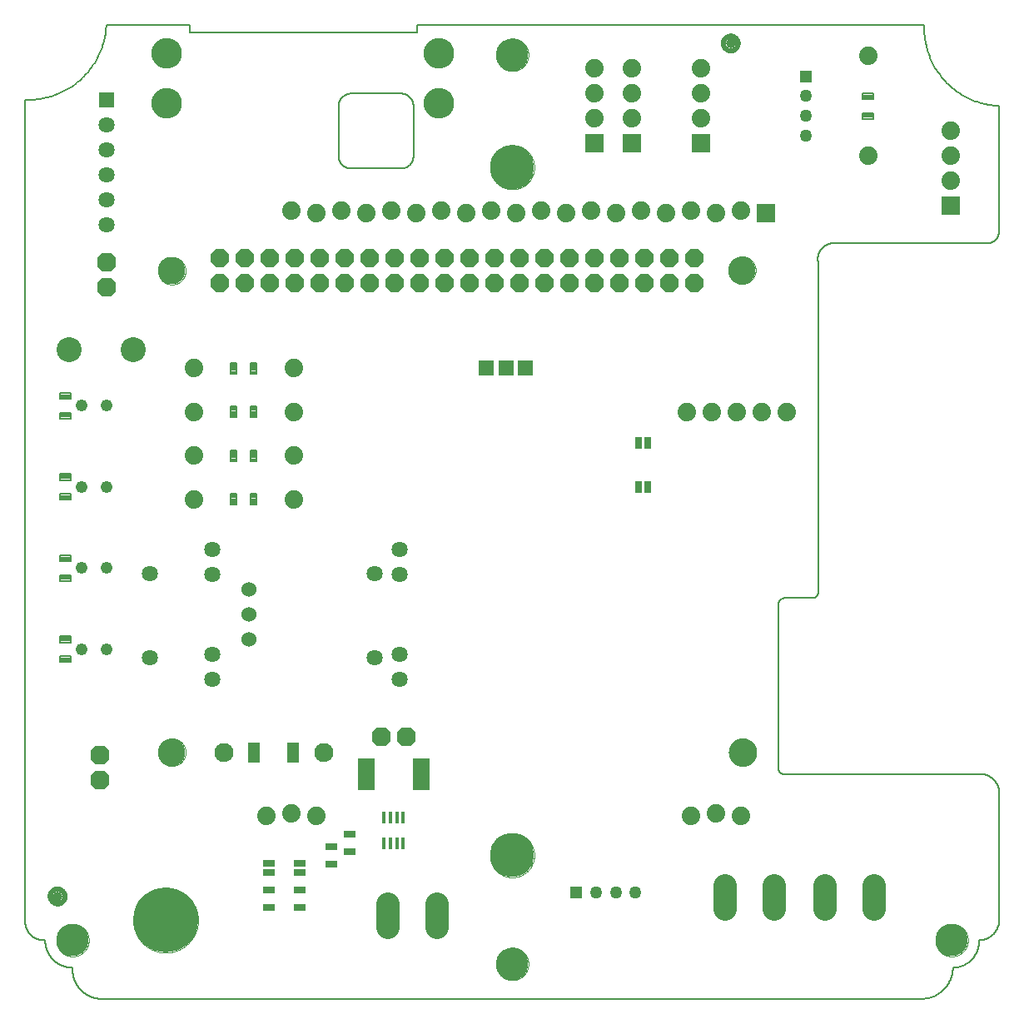
<source format=gts>
G75*
%MOIN*%
%OFA0B0*%
%FSLAX25Y25*%
%IPPOS*%
%LPD*%
%AMOC8*
5,1,8,0,0,1.08239X$1,22.5*
%
%ADD10C,0.00600*%
%ADD11C,0.00000*%
%ADD12C,0.11000*%
%ADD13C,0.26000*%
%ADD14C,0.17717*%
%ADD15C,0.11811*%
%ADD16C,0.03937*%
%ADD17C,0.01969*%
%ADD18C,0.07400*%
%ADD19C,0.04800*%
%ADD20R,0.07400X0.07400*%
%ADD21OC8,0.07400*%
%ADD22C,0.06425*%
%ADD23C,0.09370*%
%ADD24R,0.05000X0.05000*%
%ADD25C,0.05000*%
%ADD26C,0.07600*%
%ADD27C,0.00787*%
%ADD28R,0.05000X0.08268*%
%ADD29R,0.05906X0.05906*%
%ADD30OC8,0.07600*%
%ADD31C,0.13000*%
%ADD32R,0.06425X0.06425*%
%ADD33C,0.06000*%
%ADD34C,0.10000*%
%ADD35R,0.01575X0.04724*%
%ADD36R,0.07087X0.12598*%
%ADD37R,0.04724X0.03150*%
%ADD38R,0.05000X0.02500*%
%ADD39R,0.02500X0.05000*%
D10*
X0062095Y0042600D02*
X0062095Y0371600D01*
X0062862Y0371579D01*
X0063630Y0371576D01*
X0064397Y0371593D01*
X0065164Y0371628D01*
X0065930Y0371682D01*
X0066694Y0371755D01*
X0067456Y0371846D01*
X0068216Y0371957D01*
X0068972Y0372085D01*
X0069726Y0372233D01*
X0070475Y0372399D01*
X0071220Y0372583D01*
X0071961Y0372785D01*
X0072696Y0373006D01*
X0073425Y0373244D01*
X0074149Y0373500D01*
X0074866Y0373774D01*
X0075576Y0374066D01*
X0076279Y0374375D01*
X0076974Y0374701D01*
X0077660Y0375044D01*
X0078339Y0375403D01*
X0079008Y0375780D01*
X0079667Y0376172D01*
X0080317Y0376581D01*
X0080957Y0377005D01*
X0081586Y0377445D01*
X0082204Y0377900D01*
X0082810Y0378371D01*
X0083405Y0378856D01*
X0083988Y0379355D01*
X0084558Y0379869D01*
X0085116Y0380397D01*
X0085660Y0380938D01*
X0086191Y0381492D01*
X0086709Y0382059D01*
X0087212Y0382639D01*
X0087701Y0383230D01*
X0088175Y0383834D01*
X0088634Y0384449D01*
X0089078Y0385075D01*
X0089506Y0385712D01*
X0089919Y0386359D01*
X0090316Y0387016D01*
X0090696Y0387683D01*
X0091060Y0388359D01*
X0091408Y0389043D01*
X0091738Y0389736D01*
X0092051Y0390437D01*
X0092347Y0391145D01*
X0092626Y0391861D01*
X0092887Y0392582D01*
X0093130Y0393311D01*
X0093355Y0394044D01*
X0093562Y0394783D01*
X0093751Y0395527D01*
X0093921Y0396276D01*
X0094073Y0397028D01*
X0094207Y0397784D01*
X0094322Y0398543D01*
X0094418Y0399304D01*
X0094496Y0400068D01*
X0094555Y0400833D01*
X0094595Y0401600D01*
X0128095Y0401600D01*
X0128095Y0398600D01*
X0219095Y0398600D01*
X0219095Y0401600D01*
X0422095Y0401600D01*
X0422074Y0400845D01*
X0422071Y0400089D01*
X0422087Y0399333D01*
X0422120Y0398578D01*
X0422172Y0397824D01*
X0422242Y0397072D01*
X0422331Y0396321D01*
X0422437Y0395573D01*
X0422561Y0394827D01*
X0422704Y0394085D01*
X0422864Y0393346D01*
X0423042Y0392612D01*
X0423238Y0391882D01*
X0423452Y0391157D01*
X0423682Y0390437D01*
X0423931Y0389724D01*
X0424196Y0389016D01*
X0424478Y0388315D01*
X0424778Y0387621D01*
X0425094Y0386934D01*
X0425426Y0386255D01*
X0425775Y0385585D01*
X0426140Y0384923D01*
X0426520Y0384270D01*
X0426917Y0383627D01*
X0427328Y0382993D01*
X0427755Y0382369D01*
X0428197Y0381756D01*
X0428654Y0381154D01*
X0429125Y0380563D01*
X0429610Y0379984D01*
X0430109Y0379416D01*
X0430622Y0378861D01*
X0431148Y0378318D01*
X0431687Y0377788D01*
X0432238Y0377271D01*
X0432802Y0376768D01*
X0433378Y0376278D01*
X0433965Y0375803D01*
X0434564Y0375342D01*
X0435174Y0374895D01*
X0435794Y0374464D01*
X0436425Y0374047D01*
X0437066Y0373646D01*
X0437716Y0373260D01*
X0438375Y0372891D01*
X0439043Y0372537D01*
X0439719Y0372199D01*
X0440403Y0371878D01*
X0441095Y0371574D01*
X0441794Y0371286D01*
X0442499Y0371016D01*
X0443211Y0370762D01*
X0443929Y0370526D01*
X0444653Y0370307D01*
X0445381Y0370106D01*
X0446114Y0369922D01*
X0446852Y0369756D01*
X0447593Y0369609D01*
X0448337Y0369479D01*
X0449085Y0369367D01*
X0449835Y0369273D01*
X0450587Y0369197D01*
X0451340Y0369139D01*
X0452095Y0369100D01*
X0452095Y0319100D01*
X0452093Y0318960D01*
X0452087Y0318820D01*
X0452077Y0318680D01*
X0452064Y0318540D01*
X0452046Y0318401D01*
X0452024Y0318262D01*
X0451999Y0318125D01*
X0451970Y0317987D01*
X0451937Y0317851D01*
X0451900Y0317716D01*
X0451859Y0317582D01*
X0451814Y0317449D01*
X0451766Y0317317D01*
X0451714Y0317187D01*
X0451659Y0317058D01*
X0451600Y0316931D01*
X0451537Y0316805D01*
X0451471Y0316681D01*
X0451402Y0316560D01*
X0451329Y0316440D01*
X0451252Y0316322D01*
X0451173Y0316207D01*
X0451090Y0316093D01*
X0451004Y0315983D01*
X0450915Y0315874D01*
X0450823Y0315768D01*
X0450728Y0315665D01*
X0450631Y0315564D01*
X0450530Y0315467D01*
X0450427Y0315372D01*
X0450321Y0315280D01*
X0450212Y0315191D01*
X0450102Y0315105D01*
X0449988Y0315022D01*
X0449873Y0314943D01*
X0449755Y0314866D01*
X0449635Y0314793D01*
X0449514Y0314724D01*
X0449390Y0314658D01*
X0449264Y0314595D01*
X0449137Y0314536D01*
X0449008Y0314481D01*
X0448878Y0314429D01*
X0448746Y0314381D01*
X0448613Y0314336D01*
X0448479Y0314295D01*
X0448344Y0314258D01*
X0448208Y0314225D01*
X0448070Y0314196D01*
X0447933Y0314171D01*
X0447794Y0314149D01*
X0447655Y0314131D01*
X0447515Y0314118D01*
X0447375Y0314108D01*
X0447235Y0314102D01*
X0447095Y0314100D01*
X0384595Y0314100D01*
X0384440Y0314067D01*
X0384285Y0314030D01*
X0384131Y0313989D01*
X0383979Y0313945D01*
X0383827Y0313896D01*
X0383677Y0313844D01*
X0383529Y0313788D01*
X0383381Y0313729D01*
X0383235Y0313665D01*
X0383091Y0313598D01*
X0382949Y0313528D01*
X0382808Y0313454D01*
X0382669Y0313377D01*
X0382533Y0313296D01*
X0382398Y0313211D01*
X0382265Y0313124D01*
X0382135Y0313033D01*
X0382007Y0312939D01*
X0381881Y0312842D01*
X0381758Y0312741D01*
X0381637Y0312638D01*
X0381519Y0312531D01*
X0381404Y0312422D01*
X0381291Y0312310D01*
X0381182Y0312195D01*
X0381075Y0312077D01*
X0380971Y0311957D01*
X0380870Y0311834D01*
X0380772Y0311709D01*
X0380677Y0311581D01*
X0380586Y0311451D01*
X0380498Y0311319D01*
X0380413Y0311185D01*
X0380332Y0311048D01*
X0380254Y0310910D01*
X0380179Y0310770D01*
X0380108Y0310627D01*
X0380041Y0310484D01*
X0379977Y0310338D01*
X0379916Y0310191D01*
X0379860Y0310042D01*
X0379807Y0309893D01*
X0379758Y0309741D01*
X0379713Y0309589D01*
X0379671Y0309436D01*
X0379634Y0309281D01*
X0379600Y0309126D01*
X0379570Y0308970D01*
X0379544Y0308813D01*
X0379522Y0308656D01*
X0379504Y0308498D01*
X0379490Y0308339D01*
X0379480Y0308181D01*
X0379473Y0308022D01*
X0379471Y0307863D01*
X0379473Y0307704D01*
X0379478Y0307545D01*
X0379488Y0307387D01*
X0379501Y0307228D01*
X0379519Y0307071D01*
X0379540Y0306913D01*
X0379566Y0306756D01*
X0379595Y0306600D01*
X0379595Y0174100D01*
X0379583Y0174007D01*
X0379567Y0173915D01*
X0379547Y0173824D01*
X0379523Y0173733D01*
X0379496Y0173644D01*
X0379465Y0173555D01*
X0379430Y0173468D01*
X0379392Y0173383D01*
X0379350Y0173299D01*
X0379305Y0173217D01*
X0379257Y0173137D01*
X0379205Y0173059D01*
X0379150Y0172983D01*
X0379092Y0172910D01*
X0379031Y0172839D01*
X0378967Y0172771D01*
X0378900Y0172705D01*
X0378831Y0172642D01*
X0378759Y0172582D01*
X0378685Y0172525D01*
X0378608Y0172471D01*
X0378530Y0172421D01*
X0378449Y0172373D01*
X0378366Y0172330D01*
X0378282Y0172289D01*
X0378196Y0172252D01*
X0378109Y0172219D01*
X0378020Y0172189D01*
X0377930Y0172163D01*
X0377839Y0172141D01*
X0377747Y0172122D01*
X0377655Y0172107D01*
X0377562Y0172096D01*
X0377469Y0172089D01*
X0377375Y0172086D01*
X0377282Y0172087D01*
X0377188Y0172091D01*
X0377095Y0172100D01*
X0366095Y0172100D01*
X0365992Y0172088D01*
X0365890Y0172073D01*
X0365789Y0172054D01*
X0365688Y0172032D01*
X0365588Y0172005D01*
X0365489Y0171975D01*
X0365392Y0171941D01*
X0365296Y0171904D01*
X0365201Y0171863D01*
X0365108Y0171818D01*
X0365016Y0171770D01*
X0364927Y0171719D01*
X0364839Y0171664D01*
X0364754Y0171606D01*
X0364670Y0171545D01*
X0364590Y0171481D01*
X0364511Y0171414D01*
X0364435Y0171344D01*
X0364362Y0171271D01*
X0364292Y0171196D01*
X0364224Y0171118D01*
X0364159Y0171037D01*
X0364098Y0170954D01*
X0364039Y0170869D01*
X0363984Y0170782D01*
X0363932Y0170692D01*
X0363884Y0170601D01*
X0363839Y0170508D01*
X0363797Y0170414D01*
X0363759Y0170318D01*
X0363725Y0170220D01*
X0363694Y0170122D01*
X0363667Y0170022D01*
X0363644Y0169922D01*
X0363624Y0169820D01*
X0363609Y0169718D01*
X0363597Y0169616D01*
X0363589Y0169513D01*
X0363585Y0169409D01*
X0363584Y0169306D01*
X0363588Y0169203D01*
X0363595Y0169100D01*
X0363595Y0104100D01*
X0363597Y0104002D01*
X0363603Y0103904D01*
X0363612Y0103806D01*
X0363626Y0103709D01*
X0363643Y0103612D01*
X0363664Y0103516D01*
X0363689Y0103421D01*
X0363717Y0103327D01*
X0363750Y0103235D01*
X0363785Y0103143D01*
X0363825Y0103053D01*
X0363867Y0102965D01*
X0363914Y0102878D01*
X0363963Y0102794D01*
X0364016Y0102711D01*
X0364072Y0102631D01*
X0364132Y0102552D01*
X0364194Y0102476D01*
X0364259Y0102403D01*
X0364327Y0102332D01*
X0364398Y0102264D01*
X0364471Y0102199D01*
X0364547Y0102137D01*
X0364626Y0102077D01*
X0364706Y0102021D01*
X0364789Y0101968D01*
X0364873Y0101919D01*
X0364960Y0101872D01*
X0365048Y0101830D01*
X0365138Y0101790D01*
X0365230Y0101755D01*
X0365322Y0101722D01*
X0365416Y0101694D01*
X0365511Y0101669D01*
X0365607Y0101648D01*
X0365704Y0101631D01*
X0365801Y0101617D01*
X0365899Y0101608D01*
X0365997Y0101602D01*
X0366095Y0101600D01*
X0444595Y0101600D01*
X0444776Y0101598D01*
X0444957Y0101591D01*
X0445138Y0101580D01*
X0445319Y0101565D01*
X0445499Y0101545D01*
X0445679Y0101521D01*
X0445858Y0101493D01*
X0446036Y0101460D01*
X0446213Y0101423D01*
X0446390Y0101382D01*
X0446565Y0101337D01*
X0446740Y0101287D01*
X0446913Y0101233D01*
X0447084Y0101175D01*
X0447255Y0101113D01*
X0447423Y0101046D01*
X0447590Y0100976D01*
X0447756Y0100902D01*
X0447919Y0100823D01*
X0448080Y0100741D01*
X0448240Y0100655D01*
X0448397Y0100565D01*
X0448552Y0100471D01*
X0448705Y0100374D01*
X0448855Y0100272D01*
X0449003Y0100168D01*
X0449149Y0100059D01*
X0449291Y0099948D01*
X0449431Y0099832D01*
X0449568Y0099714D01*
X0449703Y0099592D01*
X0449834Y0099467D01*
X0449962Y0099339D01*
X0450087Y0099208D01*
X0450209Y0099073D01*
X0450327Y0098936D01*
X0450443Y0098796D01*
X0450554Y0098654D01*
X0450663Y0098508D01*
X0450767Y0098360D01*
X0450869Y0098210D01*
X0450966Y0098057D01*
X0451060Y0097902D01*
X0451150Y0097745D01*
X0451236Y0097585D01*
X0451318Y0097424D01*
X0451397Y0097261D01*
X0451471Y0097095D01*
X0451541Y0096928D01*
X0451608Y0096760D01*
X0451670Y0096589D01*
X0451728Y0096418D01*
X0451782Y0096245D01*
X0451832Y0096070D01*
X0451877Y0095895D01*
X0451918Y0095718D01*
X0451955Y0095541D01*
X0451988Y0095363D01*
X0452016Y0095184D01*
X0452040Y0095004D01*
X0452060Y0094824D01*
X0452075Y0094643D01*
X0452086Y0094462D01*
X0452093Y0094281D01*
X0452095Y0094100D01*
X0452095Y0044100D01*
X0452111Y0043900D01*
X0452122Y0043701D01*
X0452128Y0043500D01*
X0452129Y0043300D01*
X0452125Y0043100D01*
X0452117Y0042900D01*
X0452103Y0042700D01*
X0452085Y0042501D01*
X0452062Y0042302D01*
X0452035Y0042104D01*
X0452002Y0041906D01*
X0451965Y0041710D01*
X0451923Y0041514D01*
X0451876Y0041319D01*
X0451825Y0041126D01*
X0451769Y0040934D01*
X0451708Y0040743D01*
X0451643Y0040554D01*
X0451573Y0040366D01*
X0451499Y0040180D01*
X0451420Y0039996D01*
X0451336Y0039814D01*
X0451249Y0039634D01*
X0451157Y0039456D01*
X0451061Y0039281D01*
X0450960Y0039108D01*
X0450856Y0038937D01*
X0450747Y0038769D01*
X0450634Y0038603D01*
X0450518Y0038441D01*
X0450397Y0038281D01*
X0450273Y0038124D01*
X0450144Y0037970D01*
X0450013Y0037820D01*
X0449877Y0037672D01*
X0449738Y0037528D01*
X0449596Y0037387D01*
X0449450Y0037250D01*
X0449301Y0037116D01*
X0449149Y0036986D01*
X0448993Y0036860D01*
X0448835Y0036738D01*
X0448674Y0036619D01*
X0448510Y0036504D01*
X0448343Y0036394D01*
X0448174Y0036287D01*
X0448002Y0036184D01*
X0447827Y0036086D01*
X0447651Y0035992D01*
X0447472Y0035902D01*
X0447291Y0035817D01*
X0447108Y0035736D01*
X0446923Y0035659D01*
X0446736Y0035587D01*
X0446548Y0035519D01*
X0446358Y0035456D01*
X0446166Y0035398D01*
X0445973Y0035344D01*
X0445779Y0035295D01*
X0445584Y0035251D01*
X0445388Y0035211D01*
X0445191Y0035176D01*
X0444993Y0035146D01*
X0444794Y0035121D01*
X0444595Y0035100D01*
X0444095Y0035100D01*
X0444098Y0034840D01*
X0444095Y0034580D01*
X0444085Y0034321D01*
X0444069Y0034061D01*
X0444047Y0033802D01*
X0444018Y0033544D01*
X0443984Y0033287D01*
X0443943Y0033030D01*
X0443896Y0032774D01*
X0443843Y0032520D01*
X0443783Y0032267D01*
X0443718Y0032016D01*
X0443646Y0031766D01*
X0443569Y0031518D01*
X0443485Y0031272D01*
X0443396Y0031028D01*
X0443300Y0030786D01*
X0443199Y0030547D01*
X0443092Y0030310D01*
X0442980Y0030076D01*
X0442862Y0029844D01*
X0442738Y0029616D01*
X0442609Y0029390D01*
X0442474Y0029168D01*
X0442334Y0028949D01*
X0442189Y0028734D01*
X0442039Y0028522D01*
X0441883Y0028313D01*
X0441723Y0028109D01*
X0441557Y0027908D01*
X0441387Y0027712D01*
X0441212Y0027520D01*
X0441033Y0027332D01*
X0440849Y0027148D01*
X0440661Y0026969D01*
X0440468Y0026795D01*
X0440271Y0026625D01*
X0440071Y0026460D01*
X0439866Y0026300D01*
X0439657Y0026145D01*
X0439445Y0025995D01*
X0439230Y0025850D01*
X0439010Y0025710D01*
X0438788Y0025576D01*
X0438562Y0025447D01*
X0438333Y0025324D01*
X0438102Y0025206D01*
X0437867Y0025094D01*
X0437630Y0024988D01*
X0437391Y0024887D01*
X0437149Y0024792D01*
X0436905Y0024703D01*
X0436659Y0024620D01*
X0436410Y0024543D01*
X0436160Y0024472D01*
X0435909Y0024407D01*
X0435656Y0024348D01*
X0435401Y0024295D01*
X0435146Y0024249D01*
X0434889Y0024208D01*
X0434631Y0024174D01*
X0434373Y0024146D01*
X0434114Y0024125D01*
X0433855Y0024109D01*
X0433595Y0024100D01*
X0433585Y0023792D01*
X0433568Y0023484D01*
X0433543Y0023177D01*
X0433511Y0022871D01*
X0433471Y0022565D01*
X0433425Y0022260D01*
X0433370Y0021957D01*
X0433309Y0021655D01*
X0433240Y0021355D01*
X0433164Y0021056D01*
X0433081Y0020759D01*
X0432991Y0020465D01*
X0432893Y0020172D01*
X0432789Y0019883D01*
X0432677Y0019595D01*
X0432559Y0019311D01*
X0432434Y0019029D01*
X0432302Y0018751D01*
X0432163Y0018475D01*
X0432018Y0018204D01*
X0431866Y0017935D01*
X0431708Y0017671D01*
X0431543Y0017410D01*
X0431373Y0017154D01*
X0431196Y0016902D01*
X0431013Y0016654D01*
X0430824Y0016410D01*
X0430629Y0016172D01*
X0430428Y0015937D01*
X0430222Y0015708D01*
X0430011Y0015484D01*
X0429794Y0015265D01*
X0429572Y0015052D01*
X0429345Y0014844D01*
X0429112Y0014641D01*
X0428875Y0014444D01*
X0428634Y0014253D01*
X0428387Y0014068D01*
X0428137Y0013888D01*
X0427882Y0013715D01*
X0427623Y0013548D01*
X0427360Y0013388D01*
X0427093Y0013234D01*
X0426823Y0013086D01*
X0426549Y0012945D01*
X0426271Y0012810D01*
X0425991Y0012682D01*
X0425708Y0012561D01*
X0425421Y0012447D01*
X0425132Y0012340D01*
X0424841Y0012240D01*
X0424547Y0012147D01*
X0424251Y0012061D01*
X0423953Y0011983D01*
X0423653Y0011911D01*
X0423352Y0011847D01*
X0423049Y0011790D01*
X0422745Y0011740D01*
X0422440Y0011698D01*
X0422134Y0011663D01*
X0421827Y0011636D01*
X0421519Y0011616D01*
X0421211Y0011603D01*
X0420903Y0011598D01*
X0420595Y0011600D01*
X0092095Y0011600D01*
X0091811Y0011621D01*
X0091528Y0011650D01*
X0091246Y0011685D01*
X0090964Y0011727D01*
X0090684Y0011776D01*
X0090405Y0011832D01*
X0090127Y0011894D01*
X0089851Y0011963D01*
X0089577Y0012039D01*
X0089305Y0012121D01*
X0089035Y0012210D01*
X0088766Y0012305D01*
X0088501Y0012407D01*
X0088238Y0012515D01*
X0087977Y0012629D01*
X0087719Y0012750D01*
X0087465Y0012877D01*
X0087213Y0013010D01*
X0086965Y0013149D01*
X0086720Y0013294D01*
X0086479Y0013445D01*
X0086242Y0013602D01*
X0086008Y0013764D01*
X0085778Y0013932D01*
X0085553Y0014106D01*
X0085332Y0014285D01*
X0085115Y0014469D01*
X0084903Y0014658D01*
X0084695Y0014853D01*
X0084492Y0015052D01*
X0084294Y0015257D01*
X0084101Y0015466D01*
X0083913Y0015679D01*
X0083730Y0015897D01*
X0083553Y0016120D01*
X0083381Y0016346D01*
X0083214Y0016577D01*
X0083053Y0016812D01*
X0082898Y0017050D01*
X0082749Y0017292D01*
X0082605Y0017538D01*
X0082468Y0017787D01*
X0082337Y0018040D01*
X0082211Y0018295D01*
X0082092Y0018554D01*
X0081980Y0018815D01*
X0081873Y0019079D01*
X0081773Y0019345D01*
X0081680Y0019614D01*
X0081593Y0019885D01*
X0081512Y0020158D01*
X0081438Y0020432D01*
X0081371Y0020709D01*
X0081311Y0020987D01*
X0081257Y0021266D01*
X0081210Y0021547D01*
X0081170Y0021829D01*
X0081136Y0022111D01*
X0081110Y0022394D01*
X0081090Y0022678D01*
X0081077Y0022962D01*
X0081071Y0023247D01*
X0081072Y0023531D01*
X0081080Y0023816D01*
X0081095Y0024100D01*
X0080829Y0024103D01*
X0080564Y0024113D01*
X0080298Y0024129D01*
X0080033Y0024151D01*
X0079769Y0024180D01*
X0079506Y0024215D01*
X0079243Y0024257D01*
X0078982Y0024305D01*
X0078721Y0024359D01*
X0078463Y0024420D01*
X0078205Y0024486D01*
X0077950Y0024559D01*
X0077696Y0024638D01*
X0077444Y0024724D01*
X0077194Y0024815D01*
X0076947Y0024912D01*
X0076702Y0025015D01*
X0076460Y0025124D01*
X0076220Y0025239D01*
X0075983Y0025360D01*
X0075749Y0025486D01*
X0075518Y0025618D01*
X0075291Y0025756D01*
X0075067Y0025899D01*
X0074846Y0026047D01*
X0074629Y0026201D01*
X0074416Y0026360D01*
X0074207Y0026524D01*
X0074002Y0026693D01*
X0073801Y0026866D01*
X0073604Y0027045D01*
X0073411Y0027228D01*
X0073223Y0027416D01*
X0073040Y0027609D01*
X0072861Y0027806D01*
X0072688Y0028007D01*
X0072519Y0028212D01*
X0072355Y0028421D01*
X0072196Y0028634D01*
X0072042Y0028851D01*
X0071894Y0029072D01*
X0071751Y0029296D01*
X0071613Y0029523D01*
X0071481Y0029754D01*
X0071355Y0029988D01*
X0071234Y0030225D01*
X0071119Y0030465D01*
X0071010Y0030707D01*
X0070907Y0030952D01*
X0070810Y0031199D01*
X0070719Y0031449D01*
X0070633Y0031701D01*
X0070554Y0031955D01*
X0070481Y0032210D01*
X0070415Y0032468D01*
X0070354Y0032726D01*
X0070300Y0032987D01*
X0070252Y0033248D01*
X0070210Y0033511D01*
X0070175Y0033774D01*
X0070146Y0034038D01*
X0070124Y0034303D01*
X0070108Y0034569D01*
X0070098Y0034834D01*
X0070095Y0035100D01*
X0069595Y0035100D01*
X0069414Y0035102D01*
X0069233Y0035109D01*
X0069052Y0035120D01*
X0068871Y0035135D01*
X0068691Y0035155D01*
X0068511Y0035179D01*
X0068332Y0035207D01*
X0068154Y0035240D01*
X0067977Y0035277D01*
X0067800Y0035318D01*
X0067625Y0035363D01*
X0067450Y0035413D01*
X0067277Y0035467D01*
X0067106Y0035525D01*
X0066935Y0035587D01*
X0066767Y0035654D01*
X0066600Y0035724D01*
X0066434Y0035798D01*
X0066271Y0035877D01*
X0066110Y0035959D01*
X0065950Y0036045D01*
X0065793Y0036135D01*
X0065638Y0036229D01*
X0065485Y0036326D01*
X0065335Y0036428D01*
X0065187Y0036532D01*
X0065041Y0036641D01*
X0064899Y0036752D01*
X0064759Y0036868D01*
X0064622Y0036986D01*
X0064487Y0037108D01*
X0064356Y0037233D01*
X0064228Y0037361D01*
X0064103Y0037492D01*
X0063981Y0037627D01*
X0063863Y0037764D01*
X0063747Y0037904D01*
X0063636Y0038046D01*
X0063527Y0038192D01*
X0063423Y0038340D01*
X0063321Y0038490D01*
X0063224Y0038643D01*
X0063130Y0038798D01*
X0063040Y0038955D01*
X0062954Y0039115D01*
X0062872Y0039276D01*
X0062793Y0039439D01*
X0062719Y0039605D01*
X0062649Y0039772D01*
X0062582Y0039940D01*
X0062520Y0040111D01*
X0062462Y0040282D01*
X0062408Y0040455D01*
X0062358Y0040630D01*
X0062313Y0040805D01*
X0062272Y0040982D01*
X0062235Y0041159D01*
X0062202Y0041337D01*
X0062174Y0041516D01*
X0062150Y0041696D01*
X0062130Y0041876D01*
X0062115Y0042057D01*
X0062104Y0042238D01*
X0062097Y0042419D01*
X0062095Y0042600D01*
X0192595Y0344100D02*
X0212595Y0344100D01*
X0212735Y0344102D01*
X0212875Y0344108D01*
X0213015Y0344118D01*
X0213155Y0344131D01*
X0213294Y0344149D01*
X0213433Y0344171D01*
X0213570Y0344196D01*
X0213708Y0344225D01*
X0213844Y0344258D01*
X0213979Y0344295D01*
X0214113Y0344336D01*
X0214246Y0344381D01*
X0214378Y0344429D01*
X0214508Y0344481D01*
X0214637Y0344536D01*
X0214764Y0344595D01*
X0214890Y0344658D01*
X0215014Y0344724D01*
X0215135Y0344793D01*
X0215255Y0344866D01*
X0215373Y0344943D01*
X0215488Y0345022D01*
X0215602Y0345105D01*
X0215712Y0345191D01*
X0215821Y0345280D01*
X0215927Y0345372D01*
X0216030Y0345467D01*
X0216131Y0345564D01*
X0216228Y0345665D01*
X0216323Y0345768D01*
X0216415Y0345874D01*
X0216504Y0345983D01*
X0216590Y0346093D01*
X0216673Y0346207D01*
X0216752Y0346322D01*
X0216829Y0346440D01*
X0216902Y0346560D01*
X0216971Y0346681D01*
X0217037Y0346805D01*
X0217100Y0346931D01*
X0217159Y0347058D01*
X0217214Y0347187D01*
X0217266Y0347317D01*
X0217314Y0347449D01*
X0217359Y0347582D01*
X0217400Y0347716D01*
X0217437Y0347851D01*
X0217470Y0347987D01*
X0217499Y0348125D01*
X0217524Y0348262D01*
X0217546Y0348401D01*
X0217564Y0348540D01*
X0217577Y0348680D01*
X0217587Y0348820D01*
X0217593Y0348960D01*
X0217595Y0349100D01*
X0217595Y0369100D01*
X0217593Y0369240D01*
X0217587Y0369380D01*
X0217577Y0369520D01*
X0217564Y0369660D01*
X0217546Y0369799D01*
X0217524Y0369938D01*
X0217499Y0370075D01*
X0217470Y0370213D01*
X0217437Y0370349D01*
X0217400Y0370484D01*
X0217359Y0370618D01*
X0217314Y0370751D01*
X0217266Y0370883D01*
X0217214Y0371013D01*
X0217159Y0371142D01*
X0217100Y0371269D01*
X0217037Y0371395D01*
X0216971Y0371519D01*
X0216902Y0371640D01*
X0216829Y0371760D01*
X0216752Y0371878D01*
X0216673Y0371993D01*
X0216590Y0372107D01*
X0216504Y0372217D01*
X0216415Y0372326D01*
X0216323Y0372432D01*
X0216228Y0372535D01*
X0216131Y0372636D01*
X0216030Y0372733D01*
X0215927Y0372828D01*
X0215821Y0372920D01*
X0215712Y0373009D01*
X0215602Y0373095D01*
X0215488Y0373178D01*
X0215373Y0373257D01*
X0215255Y0373334D01*
X0215135Y0373407D01*
X0215014Y0373476D01*
X0214890Y0373542D01*
X0214764Y0373605D01*
X0214637Y0373664D01*
X0214508Y0373719D01*
X0214378Y0373771D01*
X0214246Y0373819D01*
X0214113Y0373864D01*
X0213979Y0373905D01*
X0213844Y0373942D01*
X0213708Y0373975D01*
X0213570Y0374004D01*
X0213433Y0374029D01*
X0213294Y0374051D01*
X0213155Y0374069D01*
X0213015Y0374082D01*
X0212875Y0374092D01*
X0212735Y0374098D01*
X0212595Y0374100D01*
X0192595Y0374100D01*
X0192455Y0374098D01*
X0192315Y0374092D01*
X0192175Y0374082D01*
X0192035Y0374069D01*
X0191896Y0374051D01*
X0191757Y0374029D01*
X0191620Y0374004D01*
X0191482Y0373975D01*
X0191346Y0373942D01*
X0191211Y0373905D01*
X0191077Y0373864D01*
X0190944Y0373819D01*
X0190812Y0373771D01*
X0190682Y0373719D01*
X0190553Y0373664D01*
X0190426Y0373605D01*
X0190300Y0373542D01*
X0190176Y0373476D01*
X0190055Y0373407D01*
X0189935Y0373334D01*
X0189817Y0373257D01*
X0189702Y0373178D01*
X0189588Y0373095D01*
X0189478Y0373009D01*
X0189369Y0372920D01*
X0189263Y0372828D01*
X0189160Y0372733D01*
X0189059Y0372636D01*
X0188962Y0372535D01*
X0188867Y0372432D01*
X0188775Y0372326D01*
X0188686Y0372217D01*
X0188600Y0372107D01*
X0188517Y0371993D01*
X0188438Y0371878D01*
X0188361Y0371760D01*
X0188288Y0371640D01*
X0188219Y0371519D01*
X0188153Y0371395D01*
X0188090Y0371269D01*
X0188031Y0371142D01*
X0187976Y0371013D01*
X0187924Y0370883D01*
X0187876Y0370751D01*
X0187831Y0370618D01*
X0187790Y0370484D01*
X0187753Y0370349D01*
X0187720Y0370213D01*
X0187691Y0370075D01*
X0187666Y0369938D01*
X0187644Y0369799D01*
X0187626Y0369660D01*
X0187613Y0369520D01*
X0187603Y0369380D01*
X0187597Y0369240D01*
X0187595Y0369100D01*
X0187595Y0349100D01*
X0187597Y0348960D01*
X0187603Y0348820D01*
X0187613Y0348680D01*
X0187626Y0348540D01*
X0187644Y0348401D01*
X0187666Y0348262D01*
X0187691Y0348125D01*
X0187720Y0347987D01*
X0187753Y0347851D01*
X0187790Y0347716D01*
X0187831Y0347582D01*
X0187876Y0347449D01*
X0187924Y0347317D01*
X0187976Y0347187D01*
X0188031Y0347058D01*
X0188090Y0346931D01*
X0188153Y0346805D01*
X0188219Y0346681D01*
X0188288Y0346560D01*
X0188361Y0346440D01*
X0188438Y0346322D01*
X0188517Y0346207D01*
X0188600Y0346093D01*
X0188686Y0345983D01*
X0188775Y0345874D01*
X0188867Y0345768D01*
X0188962Y0345665D01*
X0189059Y0345564D01*
X0189160Y0345467D01*
X0189263Y0345372D01*
X0189369Y0345280D01*
X0189478Y0345191D01*
X0189588Y0345105D01*
X0189702Y0345022D01*
X0189817Y0344943D01*
X0189935Y0344866D01*
X0190055Y0344793D01*
X0190176Y0344724D01*
X0190300Y0344658D01*
X0190426Y0344595D01*
X0190553Y0344536D01*
X0190682Y0344481D01*
X0190812Y0344429D01*
X0190944Y0344381D01*
X0191077Y0344336D01*
X0191211Y0344295D01*
X0191346Y0344258D01*
X0191482Y0344225D01*
X0191620Y0344196D01*
X0191757Y0344171D01*
X0191896Y0344149D01*
X0192035Y0344131D01*
X0192175Y0344118D01*
X0192315Y0344108D01*
X0192455Y0344102D01*
X0192595Y0344100D01*
D11*
X0221689Y0370350D02*
X0221691Y0370503D01*
X0221697Y0370657D01*
X0221707Y0370810D01*
X0221721Y0370962D01*
X0221739Y0371115D01*
X0221761Y0371266D01*
X0221786Y0371417D01*
X0221816Y0371568D01*
X0221850Y0371718D01*
X0221887Y0371866D01*
X0221928Y0372014D01*
X0221973Y0372160D01*
X0222022Y0372306D01*
X0222075Y0372450D01*
X0222131Y0372592D01*
X0222191Y0372733D01*
X0222255Y0372873D01*
X0222322Y0373011D01*
X0222393Y0373147D01*
X0222468Y0373281D01*
X0222545Y0373413D01*
X0222627Y0373543D01*
X0222711Y0373671D01*
X0222799Y0373797D01*
X0222890Y0373920D01*
X0222984Y0374041D01*
X0223082Y0374159D01*
X0223182Y0374275D01*
X0223286Y0374388D01*
X0223392Y0374499D01*
X0223501Y0374607D01*
X0223613Y0374712D01*
X0223727Y0374813D01*
X0223845Y0374912D01*
X0223964Y0375008D01*
X0224086Y0375101D01*
X0224211Y0375190D01*
X0224338Y0375277D01*
X0224467Y0375359D01*
X0224598Y0375439D01*
X0224731Y0375515D01*
X0224866Y0375588D01*
X0225003Y0375657D01*
X0225142Y0375722D01*
X0225282Y0375784D01*
X0225424Y0375842D01*
X0225567Y0375897D01*
X0225712Y0375948D01*
X0225858Y0375995D01*
X0226005Y0376038D01*
X0226153Y0376077D01*
X0226302Y0376113D01*
X0226452Y0376144D01*
X0226603Y0376172D01*
X0226754Y0376196D01*
X0226907Y0376216D01*
X0227059Y0376232D01*
X0227212Y0376244D01*
X0227365Y0376252D01*
X0227518Y0376256D01*
X0227672Y0376256D01*
X0227825Y0376252D01*
X0227978Y0376244D01*
X0228131Y0376232D01*
X0228283Y0376216D01*
X0228436Y0376196D01*
X0228587Y0376172D01*
X0228738Y0376144D01*
X0228888Y0376113D01*
X0229037Y0376077D01*
X0229185Y0376038D01*
X0229332Y0375995D01*
X0229478Y0375948D01*
X0229623Y0375897D01*
X0229766Y0375842D01*
X0229908Y0375784D01*
X0230048Y0375722D01*
X0230187Y0375657D01*
X0230324Y0375588D01*
X0230459Y0375515D01*
X0230592Y0375439D01*
X0230723Y0375359D01*
X0230852Y0375277D01*
X0230979Y0375190D01*
X0231104Y0375101D01*
X0231226Y0375008D01*
X0231345Y0374912D01*
X0231463Y0374813D01*
X0231577Y0374712D01*
X0231689Y0374607D01*
X0231798Y0374499D01*
X0231904Y0374388D01*
X0232008Y0374275D01*
X0232108Y0374159D01*
X0232206Y0374041D01*
X0232300Y0373920D01*
X0232391Y0373797D01*
X0232479Y0373671D01*
X0232563Y0373543D01*
X0232645Y0373413D01*
X0232722Y0373281D01*
X0232797Y0373147D01*
X0232868Y0373011D01*
X0232935Y0372873D01*
X0232999Y0372733D01*
X0233059Y0372592D01*
X0233115Y0372450D01*
X0233168Y0372306D01*
X0233217Y0372160D01*
X0233262Y0372014D01*
X0233303Y0371866D01*
X0233340Y0371718D01*
X0233374Y0371568D01*
X0233404Y0371417D01*
X0233429Y0371266D01*
X0233451Y0371115D01*
X0233469Y0370962D01*
X0233483Y0370810D01*
X0233493Y0370657D01*
X0233499Y0370503D01*
X0233501Y0370350D01*
X0233499Y0370197D01*
X0233493Y0370043D01*
X0233483Y0369890D01*
X0233469Y0369738D01*
X0233451Y0369585D01*
X0233429Y0369434D01*
X0233404Y0369283D01*
X0233374Y0369132D01*
X0233340Y0368982D01*
X0233303Y0368834D01*
X0233262Y0368686D01*
X0233217Y0368540D01*
X0233168Y0368394D01*
X0233115Y0368250D01*
X0233059Y0368108D01*
X0232999Y0367967D01*
X0232935Y0367827D01*
X0232868Y0367689D01*
X0232797Y0367553D01*
X0232722Y0367419D01*
X0232645Y0367287D01*
X0232563Y0367157D01*
X0232479Y0367029D01*
X0232391Y0366903D01*
X0232300Y0366780D01*
X0232206Y0366659D01*
X0232108Y0366541D01*
X0232008Y0366425D01*
X0231904Y0366312D01*
X0231798Y0366201D01*
X0231689Y0366093D01*
X0231577Y0365988D01*
X0231463Y0365887D01*
X0231345Y0365788D01*
X0231226Y0365692D01*
X0231104Y0365599D01*
X0230979Y0365510D01*
X0230852Y0365423D01*
X0230723Y0365341D01*
X0230592Y0365261D01*
X0230459Y0365185D01*
X0230324Y0365112D01*
X0230187Y0365043D01*
X0230048Y0364978D01*
X0229908Y0364916D01*
X0229766Y0364858D01*
X0229623Y0364803D01*
X0229478Y0364752D01*
X0229332Y0364705D01*
X0229185Y0364662D01*
X0229037Y0364623D01*
X0228888Y0364587D01*
X0228738Y0364556D01*
X0228587Y0364528D01*
X0228436Y0364504D01*
X0228283Y0364484D01*
X0228131Y0364468D01*
X0227978Y0364456D01*
X0227825Y0364448D01*
X0227672Y0364444D01*
X0227518Y0364444D01*
X0227365Y0364448D01*
X0227212Y0364456D01*
X0227059Y0364468D01*
X0226907Y0364484D01*
X0226754Y0364504D01*
X0226603Y0364528D01*
X0226452Y0364556D01*
X0226302Y0364587D01*
X0226153Y0364623D01*
X0226005Y0364662D01*
X0225858Y0364705D01*
X0225712Y0364752D01*
X0225567Y0364803D01*
X0225424Y0364858D01*
X0225282Y0364916D01*
X0225142Y0364978D01*
X0225003Y0365043D01*
X0224866Y0365112D01*
X0224731Y0365185D01*
X0224598Y0365261D01*
X0224467Y0365341D01*
X0224338Y0365423D01*
X0224211Y0365510D01*
X0224086Y0365599D01*
X0223964Y0365692D01*
X0223845Y0365788D01*
X0223727Y0365887D01*
X0223613Y0365988D01*
X0223501Y0366093D01*
X0223392Y0366201D01*
X0223286Y0366312D01*
X0223182Y0366425D01*
X0223082Y0366541D01*
X0222984Y0366659D01*
X0222890Y0366780D01*
X0222799Y0366903D01*
X0222711Y0367029D01*
X0222627Y0367157D01*
X0222545Y0367287D01*
X0222468Y0367419D01*
X0222393Y0367553D01*
X0222322Y0367689D01*
X0222255Y0367827D01*
X0222191Y0367967D01*
X0222131Y0368108D01*
X0222075Y0368250D01*
X0222022Y0368394D01*
X0221973Y0368540D01*
X0221928Y0368686D01*
X0221887Y0368834D01*
X0221850Y0368982D01*
X0221816Y0369132D01*
X0221786Y0369283D01*
X0221761Y0369434D01*
X0221739Y0369585D01*
X0221721Y0369738D01*
X0221707Y0369890D01*
X0221697Y0370043D01*
X0221691Y0370197D01*
X0221689Y0370350D01*
X0221689Y0390350D02*
X0221691Y0390503D01*
X0221697Y0390657D01*
X0221707Y0390810D01*
X0221721Y0390962D01*
X0221739Y0391115D01*
X0221761Y0391266D01*
X0221786Y0391417D01*
X0221816Y0391568D01*
X0221850Y0391718D01*
X0221887Y0391866D01*
X0221928Y0392014D01*
X0221973Y0392160D01*
X0222022Y0392306D01*
X0222075Y0392450D01*
X0222131Y0392592D01*
X0222191Y0392733D01*
X0222255Y0392873D01*
X0222322Y0393011D01*
X0222393Y0393147D01*
X0222468Y0393281D01*
X0222545Y0393413D01*
X0222627Y0393543D01*
X0222711Y0393671D01*
X0222799Y0393797D01*
X0222890Y0393920D01*
X0222984Y0394041D01*
X0223082Y0394159D01*
X0223182Y0394275D01*
X0223286Y0394388D01*
X0223392Y0394499D01*
X0223501Y0394607D01*
X0223613Y0394712D01*
X0223727Y0394813D01*
X0223845Y0394912D01*
X0223964Y0395008D01*
X0224086Y0395101D01*
X0224211Y0395190D01*
X0224338Y0395277D01*
X0224467Y0395359D01*
X0224598Y0395439D01*
X0224731Y0395515D01*
X0224866Y0395588D01*
X0225003Y0395657D01*
X0225142Y0395722D01*
X0225282Y0395784D01*
X0225424Y0395842D01*
X0225567Y0395897D01*
X0225712Y0395948D01*
X0225858Y0395995D01*
X0226005Y0396038D01*
X0226153Y0396077D01*
X0226302Y0396113D01*
X0226452Y0396144D01*
X0226603Y0396172D01*
X0226754Y0396196D01*
X0226907Y0396216D01*
X0227059Y0396232D01*
X0227212Y0396244D01*
X0227365Y0396252D01*
X0227518Y0396256D01*
X0227672Y0396256D01*
X0227825Y0396252D01*
X0227978Y0396244D01*
X0228131Y0396232D01*
X0228283Y0396216D01*
X0228436Y0396196D01*
X0228587Y0396172D01*
X0228738Y0396144D01*
X0228888Y0396113D01*
X0229037Y0396077D01*
X0229185Y0396038D01*
X0229332Y0395995D01*
X0229478Y0395948D01*
X0229623Y0395897D01*
X0229766Y0395842D01*
X0229908Y0395784D01*
X0230048Y0395722D01*
X0230187Y0395657D01*
X0230324Y0395588D01*
X0230459Y0395515D01*
X0230592Y0395439D01*
X0230723Y0395359D01*
X0230852Y0395277D01*
X0230979Y0395190D01*
X0231104Y0395101D01*
X0231226Y0395008D01*
X0231345Y0394912D01*
X0231463Y0394813D01*
X0231577Y0394712D01*
X0231689Y0394607D01*
X0231798Y0394499D01*
X0231904Y0394388D01*
X0232008Y0394275D01*
X0232108Y0394159D01*
X0232206Y0394041D01*
X0232300Y0393920D01*
X0232391Y0393797D01*
X0232479Y0393671D01*
X0232563Y0393543D01*
X0232645Y0393413D01*
X0232722Y0393281D01*
X0232797Y0393147D01*
X0232868Y0393011D01*
X0232935Y0392873D01*
X0232999Y0392733D01*
X0233059Y0392592D01*
X0233115Y0392450D01*
X0233168Y0392306D01*
X0233217Y0392160D01*
X0233262Y0392014D01*
X0233303Y0391866D01*
X0233340Y0391718D01*
X0233374Y0391568D01*
X0233404Y0391417D01*
X0233429Y0391266D01*
X0233451Y0391115D01*
X0233469Y0390962D01*
X0233483Y0390810D01*
X0233493Y0390657D01*
X0233499Y0390503D01*
X0233501Y0390350D01*
X0233499Y0390197D01*
X0233493Y0390043D01*
X0233483Y0389890D01*
X0233469Y0389738D01*
X0233451Y0389585D01*
X0233429Y0389434D01*
X0233404Y0389283D01*
X0233374Y0389132D01*
X0233340Y0388982D01*
X0233303Y0388834D01*
X0233262Y0388686D01*
X0233217Y0388540D01*
X0233168Y0388394D01*
X0233115Y0388250D01*
X0233059Y0388108D01*
X0232999Y0387967D01*
X0232935Y0387827D01*
X0232868Y0387689D01*
X0232797Y0387553D01*
X0232722Y0387419D01*
X0232645Y0387287D01*
X0232563Y0387157D01*
X0232479Y0387029D01*
X0232391Y0386903D01*
X0232300Y0386780D01*
X0232206Y0386659D01*
X0232108Y0386541D01*
X0232008Y0386425D01*
X0231904Y0386312D01*
X0231798Y0386201D01*
X0231689Y0386093D01*
X0231577Y0385988D01*
X0231463Y0385887D01*
X0231345Y0385788D01*
X0231226Y0385692D01*
X0231104Y0385599D01*
X0230979Y0385510D01*
X0230852Y0385423D01*
X0230723Y0385341D01*
X0230592Y0385261D01*
X0230459Y0385185D01*
X0230324Y0385112D01*
X0230187Y0385043D01*
X0230048Y0384978D01*
X0229908Y0384916D01*
X0229766Y0384858D01*
X0229623Y0384803D01*
X0229478Y0384752D01*
X0229332Y0384705D01*
X0229185Y0384662D01*
X0229037Y0384623D01*
X0228888Y0384587D01*
X0228738Y0384556D01*
X0228587Y0384528D01*
X0228436Y0384504D01*
X0228283Y0384484D01*
X0228131Y0384468D01*
X0227978Y0384456D01*
X0227825Y0384448D01*
X0227672Y0384444D01*
X0227518Y0384444D01*
X0227365Y0384448D01*
X0227212Y0384456D01*
X0227059Y0384468D01*
X0226907Y0384484D01*
X0226754Y0384504D01*
X0226603Y0384528D01*
X0226452Y0384556D01*
X0226302Y0384587D01*
X0226153Y0384623D01*
X0226005Y0384662D01*
X0225858Y0384705D01*
X0225712Y0384752D01*
X0225567Y0384803D01*
X0225424Y0384858D01*
X0225282Y0384916D01*
X0225142Y0384978D01*
X0225003Y0385043D01*
X0224866Y0385112D01*
X0224731Y0385185D01*
X0224598Y0385261D01*
X0224467Y0385341D01*
X0224338Y0385423D01*
X0224211Y0385510D01*
X0224086Y0385599D01*
X0223964Y0385692D01*
X0223845Y0385788D01*
X0223727Y0385887D01*
X0223613Y0385988D01*
X0223501Y0386093D01*
X0223392Y0386201D01*
X0223286Y0386312D01*
X0223182Y0386425D01*
X0223082Y0386541D01*
X0222984Y0386659D01*
X0222890Y0386780D01*
X0222799Y0386903D01*
X0222711Y0387029D01*
X0222627Y0387157D01*
X0222545Y0387287D01*
X0222468Y0387419D01*
X0222393Y0387553D01*
X0222322Y0387689D01*
X0222255Y0387827D01*
X0222191Y0387967D01*
X0222131Y0388108D01*
X0222075Y0388250D01*
X0222022Y0388394D01*
X0221973Y0388540D01*
X0221928Y0388686D01*
X0221887Y0388834D01*
X0221850Y0388982D01*
X0221816Y0389132D01*
X0221786Y0389283D01*
X0221761Y0389434D01*
X0221739Y0389585D01*
X0221721Y0389738D01*
X0221707Y0389890D01*
X0221697Y0390043D01*
X0221691Y0390197D01*
X0221689Y0390350D01*
X0250595Y0389600D02*
X0250597Y0389761D01*
X0250603Y0389921D01*
X0250613Y0390082D01*
X0250627Y0390242D01*
X0250645Y0390402D01*
X0250666Y0390561D01*
X0250692Y0390720D01*
X0250722Y0390878D01*
X0250755Y0391035D01*
X0250793Y0391192D01*
X0250834Y0391347D01*
X0250879Y0391501D01*
X0250928Y0391654D01*
X0250981Y0391806D01*
X0251037Y0391957D01*
X0251098Y0392106D01*
X0251161Y0392254D01*
X0251229Y0392400D01*
X0251300Y0392544D01*
X0251374Y0392686D01*
X0251452Y0392827D01*
X0251534Y0392965D01*
X0251619Y0393102D01*
X0251707Y0393236D01*
X0251799Y0393368D01*
X0251894Y0393498D01*
X0251992Y0393626D01*
X0252093Y0393751D01*
X0252197Y0393873D01*
X0252304Y0393993D01*
X0252414Y0394110D01*
X0252527Y0394225D01*
X0252643Y0394336D01*
X0252762Y0394445D01*
X0252883Y0394550D01*
X0253007Y0394653D01*
X0253133Y0394753D01*
X0253261Y0394849D01*
X0253392Y0394942D01*
X0253526Y0395032D01*
X0253661Y0395119D01*
X0253799Y0395202D01*
X0253938Y0395282D01*
X0254080Y0395358D01*
X0254223Y0395431D01*
X0254368Y0395500D01*
X0254515Y0395566D01*
X0254663Y0395628D01*
X0254813Y0395686D01*
X0254964Y0395741D01*
X0255117Y0395792D01*
X0255271Y0395839D01*
X0255426Y0395882D01*
X0255582Y0395921D01*
X0255738Y0395957D01*
X0255896Y0395988D01*
X0256054Y0396016D01*
X0256213Y0396040D01*
X0256373Y0396060D01*
X0256533Y0396076D01*
X0256693Y0396088D01*
X0256854Y0396096D01*
X0257015Y0396100D01*
X0257175Y0396100D01*
X0257336Y0396096D01*
X0257497Y0396088D01*
X0257657Y0396076D01*
X0257817Y0396060D01*
X0257977Y0396040D01*
X0258136Y0396016D01*
X0258294Y0395988D01*
X0258452Y0395957D01*
X0258608Y0395921D01*
X0258764Y0395882D01*
X0258919Y0395839D01*
X0259073Y0395792D01*
X0259226Y0395741D01*
X0259377Y0395686D01*
X0259527Y0395628D01*
X0259675Y0395566D01*
X0259822Y0395500D01*
X0259967Y0395431D01*
X0260110Y0395358D01*
X0260252Y0395282D01*
X0260391Y0395202D01*
X0260529Y0395119D01*
X0260664Y0395032D01*
X0260798Y0394942D01*
X0260929Y0394849D01*
X0261057Y0394753D01*
X0261183Y0394653D01*
X0261307Y0394550D01*
X0261428Y0394445D01*
X0261547Y0394336D01*
X0261663Y0394225D01*
X0261776Y0394110D01*
X0261886Y0393993D01*
X0261993Y0393873D01*
X0262097Y0393751D01*
X0262198Y0393626D01*
X0262296Y0393498D01*
X0262391Y0393368D01*
X0262483Y0393236D01*
X0262571Y0393102D01*
X0262656Y0392965D01*
X0262738Y0392827D01*
X0262816Y0392686D01*
X0262890Y0392544D01*
X0262961Y0392400D01*
X0263029Y0392254D01*
X0263092Y0392106D01*
X0263153Y0391957D01*
X0263209Y0391806D01*
X0263262Y0391654D01*
X0263311Y0391501D01*
X0263356Y0391347D01*
X0263397Y0391192D01*
X0263435Y0391035D01*
X0263468Y0390878D01*
X0263498Y0390720D01*
X0263524Y0390561D01*
X0263545Y0390402D01*
X0263563Y0390242D01*
X0263577Y0390082D01*
X0263587Y0389921D01*
X0263593Y0389761D01*
X0263595Y0389600D01*
X0263593Y0389439D01*
X0263587Y0389279D01*
X0263577Y0389118D01*
X0263563Y0388958D01*
X0263545Y0388798D01*
X0263524Y0388639D01*
X0263498Y0388480D01*
X0263468Y0388322D01*
X0263435Y0388165D01*
X0263397Y0388008D01*
X0263356Y0387853D01*
X0263311Y0387699D01*
X0263262Y0387546D01*
X0263209Y0387394D01*
X0263153Y0387243D01*
X0263092Y0387094D01*
X0263029Y0386946D01*
X0262961Y0386800D01*
X0262890Y0386656D01*
X0262816Y0386514D01*
X0262738Y0386373D01*
X0262656Y0386235D01*
X0262571Y0386098D01*
X0262483Y0385964D01*
X0262391Y0385832D01*
X0262296Y0385702D01*
X0262198Y0385574D01*
X0262097Y0385449D01*
X0261993Y0385327D01*
X0261886Y0385207D01*
X0261776Y0385090D01*
X0261663Y0384975D01*
X0261547Y0384864D01*
X0261428Y0384755D01*
X0261307Y0384650D01*
X0261183Y0384547D01*
X0261057Y0384447D01*
X0260929Y0384351D01*
X0260798Y0384258D01*
X0260664Y0384168D01*
X0260529Y0384081D01*
X0260391Y0383998D01*
X0260252Y0383918D01*
X0260110Y0383842D01*
X0259967Y0383769D01*
X0259822Y0383700D01*
X0259675Y0383634D01*
X0259527Y0383572D01*
X0259377Y0383514D01*
X0259226Y0383459D01*
X0259073Y0383408D01*
X0258919Y0383361D01*
X0258764Y0383318D01*
X0258608Y0383279D01*
X0258452Y0383243D01*
X0258294Y0383212D01*
X0258136Y0383184D01*
X0257977Y0383160D01*
X0257817Y0383140D01*
X0257657Y0383124D01*
X0257497Y0383112D01*
X0257336Y0383104D01*
X0257175Y0383100D01*
X0257015Y0383100D01*
X0256854Y0383104D01*
X0256693Y0383112D01*
X0256533Y0383124D01*
X0256373Y0383140D01*
X0256213Y0383160D01*
X0256054Y0383184D01*
X0255896Y0383212D01*
X0255738Y0383243D01*
X0255582Y0383279D01*
X0255426Y0383318D01*
X0255271Y0383361D01*
X0255117Y0383408D01*
X0254964Y0383459D01*
X0254813Y0383514D01*
X0254663Y0383572D01*
X0254515Y0383634D01*
X0254368Y0383700D01*
X0254223Y0383769D01*
X0254080Y0383842D01*
X0253938Y0383918D01*
X0253799Y0383998D01*
X0253661Y0384081D01*
X0253526Y0384168D01*
X0253392Y0384258D01*
X0253261Y0384351D01*
X0253133Y0384447D01*
X0253007Y0384547D01*
X0252883Y0384650D01*
X0252762Y0384755D01*
X0252643Y0384864D01*
X0252527Y0384975D01*
X0252414Y0385090D01*
X0252304Y0385207D01*
X0252197Y0385327D01*
X0252093Y0385449D01*
X0251992Y0385574D01*
X0251894Y0385702D01*
X0251799Y0385832D01*
X0251707Y0385964D01*
X0251619Y0386098D01*
X0251534Y0386235D01*
X0251452Y0386373D01*
X0251374Y0386514D01*
X0251300Y0386656D01*
X0251229Y0386800D01*
X0251161Y0386946D01*
X0251098Y0387094D01*
X0251037Y0387243D01*
X0250981Y0387394D01*
X0250928Y0387546D01*
X0250879Y0387699D01*
X0250834Y0387853D01*
X0250793Y0388008D01*
X0250755Y0388165D01*
X0250722Y0388322D01*
X0250692Y0388480D01*
X0250666Y0388639D01*
X0250645Y0388798D01*
X0250627Y0388958D01*
X0250613Y0389118D01*
X0250603Y0389279D01*
X0250597Y0389439D01*
X0250595Y0389600D01*
X0248237Y0344600D02*
X0248240Y0344817D01*
X0248248Y0345035D01*
X0248261Y0345252D01*
X0248280Y0345468D01*
X0248304Y0345684D01*
X0248333Y0345900D01*
X0248367Y0346114D01*
X0248407Y0346328D01*
X0248452Y0346541D01*
X0248502Y0346752D01*
X0248558Y0346963D01*
X0248618Y0347171D01*
X0248684Y0347379D01*
X0248755Y0347584D01*
X0248831Y0347788D01*
X0248911Y0347990D01*
X0248997Y0348190D01*
X0249087Y0348387D01*
X0249183Y0348583D01*
X0249283Y0348776D01*
X0249388Y0348966D01*
X0249497Y0349154D01*
X0249611Y0349339D01*
X0249730Y0349521D01*
X0249853Y0349701D01*
X0249980Y0349877D01*
X0250112Y0350050D01*
X0250248Y0350219D01*
X0250388Y0350386D01*
X0250532Y0350549D01*
X0250680Y0350708D01*
X0250831Y0350864D01*
X0250987Y0351015D01*
X0251146Y0351163D01*
X0251309Y0351307D01*
X0251476Y0351447D01*
X0251645Y0351583D01*
X0251818Y0351715D01*
X0251994Y0351842D01*
X0252174Y0351965D01*
X0252356Y0352084D01*
X0252541Y0352198D01*
X0252729Y0352307D01*
X0252919Y0352412D01*
X0253112Y0352512D01*
X0253308Y0352608D01*
X0253505Y0352698D01*
X0253705Y0352784D01*
X0253907Y0352864D01*
X0254111Y0352940D01*
X0254316Y0353011D01*
X0254524Y0353077D01*
X0254732Y0353137D01*
X0254943Y0353193D01*
X0255154Y0353243D01*
X0255367Y0353288D01*
X0255581Y0353328D01*
X0255795Y0353362D01*
X0256011Y0353391D01*
X0256227Y0353415D01*
X0256443Y0353434D01*
X0256660Y0353447D01*
X0256878Y0353455D01*
X0257095Y0353458D01*
X0257312Y0353455D01*
X0257530Y0353447D01*
X0257747Y0353434D01*
X0257963Y0353415D01*
X0258179Y0353391D01*
X0258395Y0353362D01*
X0258609Y0353328D01*
X0258823Y0353288D01*
X0259036Y0353243D01*
X0259247Y0353193D01*
X0259458Y0353137D01*
X0259666Y0353077D01*
X0259874Y0353011D01*
X0260079Y0352940D01*
X0260283Y0352864D01*
X0260485Y0352784D01*
X0260685Y0352698D01*
X0260882Y0352608D01*
X0261078Y0352512D01*
X0261271Y0352412D01*
X0261461Y0352307D01*
X0261649Y0352198D01*
X0261834Y0352084D01*
X0262016Y0351965D01*
X0262196Y0351842D01*
X0262372Y0351715D01*
X0262545Y0351583D01*
X0262714Y0351447D01*
X0262881Y0351307D01*
X0263044Y0351163D01*
X0263203Y0351015D01*
X0263359Y0350864D01*
X0263510Y0350708D01*
X0263658Y0350549D01*
X0263802Y0350386D01*
X0263942Y0350219D01*
X0264078Y0350050D01*
X0264210Y0349877D01*
X0264337Y0349701D01*
X0264460Y0349521D01*
X0264579Y0349339D01*
X0264693Y0349154D01*
X0264802Y0348966D01*
X0264907Y0348776D01*
X0265007Y0348583D01*
X0265103Y0348387D01*
X0265193Y0348190D01*
X0265279Y0347990D01*
X0265359Y0347788D01*
X0265435Y0347584D01*
X0265506Y0347379D01*
X0265572Y0347171D01*
X0265632Y0346963D01*
X0265688Y0346752D01*
X0265738Y0346541D01*
X0265783Y0346328D01*
X0265823Y0346114D01*
X0265857Y0345900D01*
X0265886Y0345684D01*
X0265910Y0345468D01*
X0265929Y0345252D01*
X0265942Y0345035D01*
X0265950Y0344817D01*
X0265953Y0344600D01*
X0265950Y0344383D01*
X0265942Y0344165D01*
X0265929Y0343948D01*
X0265910Y0343732D01*
X0265886Y0343516D01*
X0265857Y0343300D01*
X0265823Y0343086D01*
X0265783Y0342872D01*
X0265738Y0342659D01*
X0265688Y0342448D01*
X0265632Y0342237D01*
X0265572Y0342029D01*
X0265506Y0341821D01*
X0265435Y0341616D01*
X0265359Y0341412D01*
X0265279Y0341210D01*
X0265193Y0341010D01*
X0265103Y0340813D01*
X0265007Y0340617D01*
X0264907Y0340424D01*
X0264802Y0340234D01*
X0264693Y0340046D01*
X0264579Y0339861D01*
X0264460Y0339679D01*
X0264337Y0339499D01*
X0264210Y0339323D01*
X0264078Y0339150D01*
X0263942Y0338981D01*
X0263802Y0338814D01*
X0263658Y0338651D01*
X0263510Y0338492D01*
X0263359Y0338336D01*
X0263203Y0338185D01*
X0263044Y0338037D01*
X0262881Y0337893D01*
X0262714Y0337753D01*
X0262545Y0337617D01*
X0262372Y0337485D01*
X0262196Y0337358D01*
X0262016Y0337235D01*
X0261834Y0337116D01*
X0261649Y0337002D01*
X0261461Y0336893D01*
X0261271Y0336788D01*
X0261078Y0336688D01*
X0260882Y0336592D01*
X0260685Y0336502D01*
X0260485Y0336416D01*
X0260283Y0336336D01*
X0260079Y0336260D01*
X0259874Y0336189D01*
X0259666Y0336123D01*
X0259458Y0336063D01*
X0259247Y0336007D01*
X0259036Y0335957D01*
X0258823Y0335912D01*
X0258609Y0335872D01*
X0258395Y0335838D01*
X0258179Y0335809D01*
X0257963Y0335785D01*
X0257747Y0335766D01*
X0257530Y0335753D01*
X0257312Y0335745D01*
X0257095Y0335742D01*
X0256878Y0335745D01*
X0256660Y0335753D01*
X0256443Y0335766D01*
X0256227Y0335785D01*
X0256011Y0335809D01*
X0255795Y0335838D01*
X0255581Y0335872D01*
X0255367Y0335912D01*
X0255154Y0335957D01*
X0254943Y0336007D01*
X0254732Y0336063D01*
X0254524Y0336123D01*
X0254316Y0336189D01*
X0254111Y0336260D01*
X0253907Y0336336D01*
X0253705Y0336416D01*
X0253505Y0336502D01*
X0253308Y0336592D01*
X0253112Y0336688D01*
X0252919Y0336788D01*
X0252729Y0336893D01*
X0252541Y0337002D01*
X0252356Y0337116D01*
X0252174Y0337235D01*
X0251994Y0337358D01*
X0251818Y0337485D01*
X0251645Y0337617D01*
X0251476Y0337753D01*
X0251309Y0337893D01*
X0251146Y0338037D01*
X0250987Y0338185D01*
X0250831Y0338336D01*
X0250680Y0338492D01*
X0250532Y0338651D01*
X0250388Y0338814D01*
X0250248Y0338981D01*
X0250112Y0339150D01*
X0249980Y0339323D01*
X0249853Y0339499D01*
X0249730Y0339679D01*
X0249611Y0339861D01*
X0249497Y0340046D01*
X0249388Y0340234D01*
X0249283Y0340424D01*
X0249183Y0340617D01*
X0249087Y0340813D01*
X0248997Y0341010D01*
X0248911Y0341210D01*
X0248831Y0341412D01*
X0248755Y0341616D01*
X0248684Y0341821D01*
X0248618Y0342029D01*
X0248558Y0342237D01*
X0248502Y0342448D01*
X0248452Y0342659D01*
X0248407Y0342872D01*
X0248367Y0343086D01*
X0248333Y0343300D01*
X0248304Y0343516D01*
X0248280Y0343732D01*
X0248261Y0343948D01*
X0248248Y0344165D01*
X0248240Y0344383D01*
X0248237Y0344600D01*
X0343595Y0303350D02*
X0343597Y0303498D01*
X0343603Y0303646D01*
X0343613Y0303794D01*
X0343627Y0303942D01*
X0343645Y0304089D01*
X0343667Y0304236D01*
X0343693Y0304382D01*
X0343722Y0304527D01*
X0343756Y0304672D01*
X0343794Y0304815D01*
X0343835Y0304958D01*
X0343880Y0305099D01*
X0343930Y0305239D01*
X0343982Y0305377D01*
X0344039Y0305515D01*
X0344099Y0305650D01*
X0344163Y0305784D01*
X0344230Y0305916D01*
X0344301Y0306046D01*
X0344376Y0306175D01*
X0344454Y0306301D01*
X0344535Y0306425D01*
X0344619Y0306547D01*
X0344707Y0306666D01*
X0344798Y0306783D01*
X0344892Y0306898D01*
X0344990Y0307010D01*
X0345090Y0307119D01*
X0345193Y0307226D01*
X0345299Y0307330D01*
X0345407Y0307431D01*
X0345519Y0307529D01*
X0345633Y0307624D01*
X0345749Y0307715D01*
X0345868Y0307804D01*
X0345989Y0307889D01*
X0346113Y0307971D01*
X0346239Y0308050D01*
X0346366Y0308125D01*
X0346496Y0308197D01*
X0346628Y0308266D01*
X0346761Y0308330D01*
X0346896Y0308391D01*
X0347033Y0308449D01*
X0347171Y0308503D01*
X0347311Y0308553D01*
X0347452Y0308599D01*
X0347594Y0308641D01*
X0347737Y0308680D01*
X0347881Y0308714D01*
X0348027Y0308745D01*
X0348172Y0308772D01*
X0348319Y0308795D01*
X0348466Y0308814D01*
X0348614Y0308829D01*
X0348761Y0308840D01*
X0348910Y0308847D01*
X0349058Y0308850D01*
X0349206Y0308849D01*
X0349354Y0308844D01*
X0349502Y0308835D01*
X0349650Y0308822D01*
X0349798Y0308805D01*
X0349944Y0308784D01*
X0350091Y0308759D01*
X0350236Y0308730D01*
X0350381Y0308698D01*
X0350524Y0308661D01*
X0350667Y0308621D01*
X0350809Y0308576D01*
X0350949Y0308528D01*
X0351088Y0308476D01*
X0351225Y0308421D01*
X0351361Y0308361D01*
X0351496Y0308298D01*
X0351628Y0308232D01*
X0351759Y0308162D01*
X0351888Y0308088D01*
X0352014Y0308011D01*
X0352139Y0307931D01*
X0352261Y0307847D01*
X0352382Y0307760D01*
X0352499Y0307670D01*
X0352615Y0307576D01*
X0352727Y0307480D01*
X0352837Y0307381D01*
X0352945Y0307278D01*
X0353049Y0307173D01*
X0353151Y0307065D01*
X0353249Y0306954D01*
X0353345Y0306841D01*
X0353438Y0306725D01*
X0353527Y0306607D01*
X0353613Y0306486D01*
X0353696Y0306363D01*
X0353776Y0306238D01*
X0353852Y0306111D01*
X0353925Y0305981D01*
X0353994Y0305850D01*
X0354059Y0305717D01*
X0354122Y0305583D01*
X0354180Y0305446D01*
X0354235Y0305308D01*
X0354285Y0305169D01*
X0354333Y0305028D01*
X0354376Y0304887D01*
X0354416Y0304744D01*
X0354451Y0304600D01*
X0354483Y0304455D01*
X0354511Y0304309D01*
X0354535Y0304163D01*
X0354555Y0304016D01*
X0354571Y0303868D01*
X0354583Y0303721D01*
X0354591Y0303572D01*
X0354595Y0303424D01*
X0354595Y0303276D01*
X0354591Y0303128D01*
X0354583Y0302979D01*
X0354571Y0302832D01*
X0354555Y0302684D01*
X0354535Y0302537D01*
X0354511Y0302391D01*
X0354483Y0302245D01*
X0354451Y0302100D01*
X0354416Y0301956D01*
X0354376Y0301813D01*
X0354333Y0301672D01*
X0354285Y0301531D01*
X0354235Y0301392D01*
X0354180Y0301254D01*
X0354122Y0301117D01*
X0354059Y0300983D01*
X0353994Y0300850D01*
X0353925Y0300719D01*
X0353852Y0300589D01*
X0353776Y0300462D01*
X0353696Y0300337D01*
X0353613Y0300214D01*
X0353527Y0300093D01*
X0353438Y0299975D01*
X0353345Y0299859D01*
X0353249Y0299746D01*
X0353151Y0299635D01*
X0353049Y0299527D01*
X0352945Y0299422D01*
X0352837Y0299319D01*
X0352727Y0299220D01*
X0352615Y0299124D01*
X0352499Y0299030D01*
X0352382Y0298940D01*
X0352261Y0298853D01*
X0352139Y0298769D01*
X0352014Y0298689D01*
X0351888Y0298612D01*
X0351759Y0298538D01*
X0351628Y0298468D01*
X0351496Y0298402D01*
X0351361Y0298339D01*
X0351225Y0298279D01*
X0351088Y0298224D01*
X0350949Y0298172D01*
X0350809Y0298124D01*
X0350667Y0298079D01*
X0350524Y0298039D01*
X0350381Y0298002D01*
X0350236Y0297970D01*
X0350091Y0297941D01*
X0349944Y0297916D01*
X0349798Y0297895D01*
X0349650Y0297878D01*
X0349502Y0297865D01*
X0349354Y0297856D01*
X0349206Y0297851D01*
X0349058Y0297850D01*
X0348910Y0297853D01*
X0348761Y0297860D01*
X0348614Y0297871D01*
X0348466Y0297886D01*
X0348319Y0297905D01*
X0348172Y0297928D01*
X0348027Y0297955D01*
X0347881Y0297986D01*
X0347737Y0298020D01*
X0347594Y0298059D01*
X0347452Y0298101D01*
X0347311Y0298147D01*
X0347171Y0298197D01*
X0347033Y0298251D01*
X0346896Y0298309D01*
X0346761Y0298370D01*
X0346628Y0298434D01*
X0346496Y0298503D01*
X0346366Y0298575D01*
X0346239Y0298650D01*
X0346113Y0298729D01*
X0345989Y0298811D01*
X0345868Y0298896D01*
X0345749Y0298985D01*
X0345633Y0299076D01*
X0345519Y0299171D01*
X0345407Y0299269D01*
X0345299Y0299370D01*
X0345193Y0299474D01*
X0345090Y0299581D01*
X0344990Y0299690D01*
X0344892Y0299802D01*
X0344798Y0299917D01*
X0344707Y0300034D01*
X0344619Y0300153D01*
X0344535Y0300275D01*
X0344454Y0300399D01*
X0344376Y0300525D01*
X0344301Y0300654D01*
X0344230Y0300784D01*
X0344163Y0300916D01*
X0344099Y0301050D01*
X0344039Y0301185D01*
X0343982Y0301323D01*
X0343930Y0301461D01*
X0343880Y0301601D01*
X0343835Y0301742D01*
X0343794Y0301885D01*
X0343756Y0302028D01*
X0343722Y0302173D01*
X0343693Y0302318D01*
X0343667Y0302464D01*
X0343645Y0302611D01*
X0343627Y0302758D01*
X0343613Y0302906D01*
X0343603Y0303054D01*
X0343597Y0303202D01*
X0343595Y0303350D01*
X0343845Y0110350D02*
X0343847Y0110498D01*
X0343853Y0110646D01*
X0343863Y0110794D01*
X0343877Y0110942D01*
X0343895Y0111089D01*
X0343917Y0111236D01*
X0343943Y0111382D01*
X0343972Y0111527D01*
X0344006Y0111672D01*
X0344044Y0111815D01*
X0344085Y0111958D01*
X0344130Y0112099D01*
X0344180Y0112239D01*
X0344232Y0112377D01*
X0344289Y0112515D01*
X0344349Y0112650D01*
X0344413Y0112784D01*
X0344480Y0112916D01*
X0344551Y0113046D01*
X0344626Y0113175D01*
X0344704Y0113301D01*
X0344785Y0113425D01*
X0344869Y0113547D01*
X0344957Y0113666D01*
X0345048Y0113783D01*
X0345142Y0113898D01*
X0345240Y0114010D01*
X0345340Y0114119D01*
X0345443Y0114226D01*
X0345549Y0114330D01*
X0345657Y0114431D01*
X0345769Y0114529D01*
X0345883Y0114624D01*
X0345999Y0114715D01*
X0346118Y0114804D01*
X0346239Y0114889D01*
X0346363Y0114971D01*
X0346489Y0115050D01*
X0346616Y0115125D01*
X0346746Y0115197D01*
X0346878Y0115266D01*
X0347011Y0115330D01*
X0347146Y0115391D01*
X0347283Y0115449D01*
X0347421Y0115503D01*
X0347561Y0115553D01*
X0347702Y0115599D01*
X0347844Y0115641D01*
X0347987Y0115680D01*
X0348131Y0115714D01*
X0348277Y0115745D01*
X0348422Y0115772D01*
X0348569Y0115795D01*
X0348716Y0115814D01*
X0348864Y0115829D01*
X0349011Y0115840D01*
X0349160Y0115847D01*
X0349308Y0115850D01*
X0349456Y0115849D01*
X0349604Y0115844D01*
X0349752Y0115835D01*
X0349900Y0115822D01*
X0350048Y0115805D01*
X0350194Y0115784D01*
X0350341Y0115759D01*
X0350486Y0115730D01*
X0350631Y0115698D01*
X0350774Y0115661D01*
X0350917Y0115621D01*
X0351059Y0115576D01*
X0351199Y0115528D01*
X0351338Y0115476D01*
X0351475Y0115421D01*
X0351611Y0115361D01*
X0351746Y0115298D01*
X0351878Y0115232D01*
X0352009Y0115162D01*
X0352138Y0115088D01*
X0352264Y0115011D01*
X0352389Y0114931D01*
X0352511Y0114847D01*
X0352632Y0114760D01*
X0352749Y0114670D01*
X0352865Y0114576D01*
X0352977Y0114480D01*
X0353087Y0114381D01*
X0353195Y0114278D01*
X0353299Y0114173D01*
X0353401Y0114065D01*
X0353499Y0113954D01*
X0353595Y0113841D01*
X0353688Y0113725D01*
X0353777Y0113607D01*
X0353863Y0113486D01*
X0353946Y0113363D01*
X0354026Y0113238D01*
X0354102Y0113111D01*
X0354175Y0112981D01*
X0354244Y0112850D01*
X0354309Y0112717D01*
X0354372Y0112583D01*
X0354430Y0112446D01*
X0354485Y0112308D01*
X0354535Y0112169D01*
X0354583Y0112028D01*
X0354626Y0111887D01*
X0354666Y0111744D01*
X0354701Y0111600D01*
X0354733Y0111455D01*
X0354761Y0111309D01*
X0354785Y0111163D01*
X0354805Y0111016D01*
X0354821Y0110868D01*
X0354833Y0110721D01*
X0354841Y0110572D01*
X0354845Y0110424D01*
X0354845Y0110276D01*
X0354841Y0110128D01*
X0354833Y0109979D01*
X0354821Y0109832D01*
X0354805Y0109684D01*
X0354785Y0109537D01*
X0354761Y0109391D01*
X0354733Y0109245D01*
X0354701Y0109100D01*
X0354666Y0108956D01*
X0354626Y0108813D01*
X0354583Y0108672D01*
X0354535Y0108531D01*
X0354485Y0108392D01*
X0354430Y0108254D01*
X0354372Y0108117D01*
X0354309Y0107983D01*
X0354244Y0107850D01*
X0354175Y0107719D01*
X0354102Y0107589D01*
X0354026Y0107462D01*
X0353946Y0107337D01*
X0353863Y0107214D01*
X0353777Y0107093D01*
X0353688Y0106975D01*
X0353595Y0106859D01*
X0353499Y0106746D01*
X0353401Y0106635D01*
X0353299Y0106527D01*
X0353195Y0106422D01*
X0353087Y0106319D01*
X0352977Y0106220D01*
X0352865Y0106124D01*
X0352749Y0106030D01*
X0352632Y0105940D01*
X0352511Y0105853D01*
X0352389Y0105769D01*
X0352264Y0105689D01*
X0352138Y0105612D01*
X0352009Y0105538D01*
X0351878Y0105468D01*
X0351746Y0105402D01*
X0351611Y0105339D01*
X0351475Y0105279D01*
X0351338Y0105224D01*
X0351199Y0105172D01*
X0351059Y0105124D01*
X0350917Y0105079D01*
X0350774Y0105039D01*
X0350631Y0105002D01*
X0350486Y0104970D01*
X0350341Y0104941D01*
X0350194Y0104916D01*
X0350048Y0104895D01*
X0349900Y0104878D01*
X0349752Y0104865D01*
X0349604Y0104856D01*
X0349456Y0104851D01*
X0349308Y0104850D01*
X0349160Y0104853D01*
X0349011Y0104860D01*
X0348864Y0104871D01*
X0348716Y0104886D01*
X0348569Y0104905D01*
X0348422Y0104928D01*
X0348277Y0104955D01*
X0348131Y0104986D01*
X0347987Y0105020D01*
X0347844Y0105059D01*
X0347702Y0105101D01*
X0347561Y0105147D01*
X0347421Y0105197D01*
X0347283Y0105251D01*
X0347146Y0105309D01*
X0347011Y0105370D01*
X0346878Y0105434D01*
X0346746Y0105503D01*
X0346616Y0105575D01*
X0346489Y0105650D01*
X0346363Y0105729D01*
X0346239Y0105811D01*
X0346118Y0105896D01*
X0345999Y0105985D01*
X0345883Y0106076D01*
X0345769Y0106171D01*
X0345657Y0106269D01*
X0345549Y0106370D01*
X0345443Y0106474D01*
X0345340Y0106581D01*
X0345240Y0106690D01*
X0345142Y0106802D01*
X0345048Y0106917D01*
X0344957Y0107034D01*
X0344869Y0107153D01*
X0344785Y0107275D01*
X0344704Y0107399D01*
X0344626Y0107525D01*
X0344551Y0107654D01*
X0344480Y0107784D01*
X0344413Y0107916D01*
X0344349Y0108050D01*
X0344289Y0108185D01*
X0344232Y0108323D01*
X0344180Y0108461D01*
X0344130Y0108601D01*
X0344085Y0108742D01*
X0344044Y0108885D01*
X0344006Y0109028D01*
X0343972Y0109173D01*
X0343943Y0109318D01*
X0343917Y0109464D01*
X0343895Y0109611D01*
X0343877Y0109758D01*
X0343863Y0109906D01*
X0343853Y0110054D01*
X0343847Y0110202D01*
X0343845Y0110350D01*
X0248237Y0069100D02*
X0248240Y0069317D01*
X0248248Y0069535D01*
X0248261Y0069752D01*
X0248280Y0069968D01*
X0248304Y0070184D01*
X0248333Y0070400D01*
X0248367Y0070614D01*
X0248407Y0070828D01*
X0248452Y0071041D01*
X0248502Y0071252D01*
X0248558Y0071463D01*
X0248618Y0071671D01*
X0248684Y0071879D01*
X0248755Y0072084D01*
X0248831Y0072288D01*
X0248911Y0072490D01*
X0248997Y0072690D01*
X0249087Y0072887D01*
X0249183Y0073083D01*
X0249283Y0073276D01*
X0249388Y0073466D01*
X0249497Y0073654D01*
X0249611Y0073839D01*
X0249730Y0074021D01*
X0249853Y0074201D01*
X0249980Y0074377D01*
X0250112Y0074550D01*
X0250248Y0074719D01*
X0250388Y0074886D01*
X0250532Y0075049D01*
X0250680Y0075208D01*
X0250831Y0075364D01*
X0250987Y0075515D01*
X0251146Y0075663D01*
X0251309Y0075807D01*
X0251476Y0075947D01*
X0251645Y0076083D01*
X0251818Y0076215D01*
X0251994Y0076342D01*
X0252174Y0076465D01*
X0252356Y0076584D01*
X0252541Y0076698D01*
X0252729Y0076807D01*
X0252919Y0076912D01*
X0253112Y0077012D01*
X0253308Y0077108D01*
X0253505Y0077198D01*
X0253705Y0077284D01*
X0253907Y0077364D01*
X0254111Y0077440D01*
X0254316Y0077511D01*
X0254524Y0077577D01*
X0254732Y0077637D01*
X0254943Y0077693D01*
X0255154Y0077743D01*
X0255367Y0077788D01*
X0255581Y0077828D01*
X0255795Y0077862D01*
X0256011Y0077891D01*
X0256227Y0077915D01*
X0256443Y0077934D01*
X0256660Y0077947D01*
X0256878Y0077955D01*
X0257095Y0077958D01*
X0257312Y0077955D01*
X0257530Y0077947D01*
X0257747Y0077934D01*
X0257963Y0077915D01*
X0258179Y0077891D01*
X0258395Y0077862D01*
X0258609Y0077828D01*
X0258823Y0077788D01*
X0259036Y0077743D01*
X0259247Y0077693D01*
X0259458Y0077637D01*
X0259666Y0077577D01*
X0259874Y0077511D01*
X0260079Y0077440D01*
X0260283Y0077364D01*
X0260485Y0077284D01*
X0260685Y0077198D01*
X0260882Y0077108D01*
X0261078Y0077012D01*
X0261271Y0076912D01*
X0261461Y0076807D01*
X0261649Y0076698D01*
X0261834Y0076584D01*
X0262016Y0076465D01*
X0262196Y0076342D01*
X0262372Y0076215D01*
X0262545Y0076083D01*
X0262714Y0075947D01*
X0262881Y0075807D01*
X0263044Y0075663D01*
X0263203Y0075515D01*
X0263359Y0075364D01*
X0263510Y0075208D01*
X0263658Y0075049D01*
X0263802Y0074886D01*
X0263942Y0074719D01*
X0264078Y0074550D01*
X0264210Y0074377D01*
X0264337Y0074201D01*
X0264460Y0074021D01*
X0264579Y0073839D01*
X0264693Y0073654D01*
X0264802Y0073466D01*
X0264907Y0073276D01*
X0265007Y0073083D01*
X0265103Y0072887D01*
X0265193Y0072690D01*
X0265279Y0072490D01*
X0265359Y0072288D01*
X0265435Y0072084D01*
X0265506Y0071879D01*
X0265572Y0071671D01*
X0265632Y0071463D01*
X0265688Y0071252D01*
X0265738Y0071041D01*
X0265783Y0070828D01*
X0265823Y0070614D01*
X0265857Y0070400D01*
X0265886Y0070184D01*
X0265910Y0069968D01*
X0265929Y0069752D01*
X0265942Y0069535D01*
X0265950Y0069317D01*
X0265953Y0069100D01*
X0265950Y0068883D01*
X0265942Y0068665D01*
X0265929Y0068448D01*
X0265910Y0068232D01*
X0265886Y0068016D01*
X0265857Y0067800D01*
X0265823Y0067586D01*
X0265783Y0067372D01*
X0265738Y0067159D01*
X0265688Y0066948D01*
X0265632Y0066737D01*
X0265572Y0066529D01*
X0265506Y0066321D01*
X0265435Y0066116D01*
X0265359Y0065912D01*
X0265279Y0065710D01*
X0265193Y0065510D01*
X0265103Y0065313D01*
X0265007Y0065117D01*
X0264907Y0064924D01*
X0264802Y0064734D01*
X0264693Y0064546D01*
X0264579Y0064361D01*
X0264460Y0064179D01*
X0264337Y0063999D01*
X0264210Y0063823D01*
X0264078Y0063650D01*
X0263942Y0063481D01*
X0263802Y0063314D01*
X0263658Y0063151D01*
X0263510Y0062992D01*
X0263359Y0062836D01*
X0263203Y0062685D01*
X0263044Y0062537D01*
X0262881Y0062393D01*
X0262714Y0062253D01*
X0262545Y0062117D01*
X0262372Y0061985D01*
X0262196Y0061858D01*
X0262016Y0061735D01*
X0261834Y0061616D01*
X0261649Y0061502D01*
X0261461Y0061393D01*
X0261271Y0061288D01*
X0261078Y0061188D01*
X0260882Y0061092D01*
X0260685Y0061002D01*
X0260485Y0060916D01*
X0260283Y0060836D01*
X0260079Y0060760D01*
X0259874Y0060689D01*
X0259666Y0060623D01*
X0259458Y0060563D01*
X0259247Y0060507D01*
X0259036Y0060457D01*
X0258823Y0060412D01*
X0258609Y0060372D01*
X0258395Y0060338D01*
X0258179Y0060309D01*
X0257963Y0060285D01*
X0257747Y0060266D01*
X0257530Y0060253D01*
X0257312Y0060245D01*
X0257095Y0060242D01*
X0256878Y0060245D01*
X0256660Y0060253D01*
X0256443Y0060266D01*
X0256227Y0060285D01*
X0256011Y0060309D01*
X0255795Y0060338D01*
X0255581Y0060372D01*
X0255367Y0060412D01*
X0255154Y0060457D01*
X0254943Y0060507D01*
X0254732Y0060563D01*
X0254524Y0060623D01*
X0254316Y0060689D01*
X0254111Y0060760D01*
X0253907Y0060836D01*
X0253705Y0060916D01*
X0253505Y0061002D01*
X0253308Y0061092D01*
X0253112Y0061188D01*
X0252919Y0061288D01*
X0252729Y0061393D01*
X0252541Y0061502D01*
X0252356Y0061616D01*
X0252174Y0061735D01*
X0251994Y0061858D01*
X0251818Y0061985D01*
X0251645Y0062117D01*
X0251476Y0062253D01*
X0251309Y0062393D01*
X0251146Y0062537D01*
X0250987Y0062685D01*
X0250831Y0062836D01*
X0250680Y0062992D01*
X0250532Y0063151D01*
X0250388Y0063314D01*
X0250248Y0063481D01*
X0250112Y0063650D01*
X0249980Y0063823D01*
X0249853Y0063999D01*
X0249730Y0064179D01*
X0249611Y0064361D01*
X0249497Y0064546D01*
X0249388Y0064734D01*
X0249283Y0064924D01*
X0249183Y0065117D01*
X0249087Y0065313D01*
X0248997Y0065510D01*
X0248911Y0065710D01*
X0248831Y0065912D01*
X0248755Y0066116D01*
X0248684Y0066321D01*
X0248618Y0066529D01*
X0248558Y0066737D01*
X0248502Y0066948D01*
X0248452Y0067159D01*
X0248407Y0067372D01*
X0248367Y0067586D01*
X0248333Y0067800D01*
X0248304Y0068016D01*
X0248280Y0068232D01*
X0248261Y0068448D01*
X0248248Y0068665D01*
X0248240Y0068883D01*
X0248237Y0069100D01*
X0250595Y0025600D02*
X0250597Y0025761D01*
X0250603Y0025921D01*
X0250613Y0026082D01*
X0250627Y0026242D01*
X0250645Y0026402D01*
X0250666Y0026561D01*
X0250692Y0026720D01*
X0250722Y0026878D01*
X0250755Y0027035D01*
X0250793Y0027192D01*
X0250834Y0027347D01*
X0250879Y0027501D01*
X0250928Y0027654D01*
X0250981Y0027806D01*
X0251037Y0027957D01*
X0251098Y0028106D01*
X0251161Y0028254D01*
X0251229Y0028400D01*
X0251300Y0028544D01*
X0251374Y0028686D01*
X0251452Y0028827D01*
X0251534Y0028965D01*
X0251619Y0029102D01*
X0251707Y0029236D01*
X0251799Y0029368D01*
X0251894Y0029498D01*
X0251992Y0029626D01*
X0252093Y0029751D01*
X0252197Y0029873D01*
X0252304Y0029993D01*
X0252414Y0030110D01*
X0252527Y0030225D01*
X0252643Y0030336D01*
X0252762Y0030445D01*
X0252883Y0030550D01*
X0253007Y0030653D01*
X0253133Y0030753D01*
X0253261Y0030849D01*
X0253392Y0030942D01*
X0253526Y0031032D01*
X0253661Y0031119D01*
X0253799Y0031202D01*
X0253938Y0031282D01*
X0254080Y0031358D01*
X0254223Y0031431D01*
X0254368Y0031500D01*
X0254515Y0031566D01*
X0254663Y0031628D01*
X0254813Y0031686D01*
X0254964Y0031741D01*
X0255117Y0031792D01*
X0255271Y0031839D01*
X0255426Y0031882D01*
X0255582Y0031921D01*
X0255738Y0031957D01*
X0255896Y0031988D01*
X0256054Y0032016D01*
X0256213Y0032040D01*
X0256373Y0032060D01*
X0256533Y0032076D01*
X0256693Y0032088D01*
X0256854Y0032096D01*
X0257015Y0032100D01*
X0257175Y0032100D01*
X0257336Y0032096D01*
X0257497Y0032088D01*
X0257657Y0032076D01*
X0257817Y0032060D01*
X0257977Y0032040D01*
X0258136Y0032016D01*
X0258294Y0031988D01*
X0258452Y0031957D01*
X0258608Y0031921D01*
X0258764Y0031882D01*
X0258919Y0031839D01*
X0259073Y0031792D01*
X0259226Y0031741D01*
X0259377Y0031686D01*
X0259527Y0031628D01*
X0259675Y0031566D01*
X0259822Y0031500D01*
X0259967Y0031431D01*
X0260110Y0031358D01*
X0260252Y0031282D01*
X0260391Y0031202D01*
X0260529Y0031119D01*
X0260664Y0031032D01*
X0260798Y0030942D01*
X0260929Y0030849D01*
X0261057Y0030753D01*
X0261183Y0030653D01*
X0261307Y0030550D01*
X0261428Y0030445D01*
X0261547Y0030336D01*
X0261663Y0030225D01*
X0261776Y0030110D01*
X0261886Y0029993D01*
X0261993Y0029873D01*
X0262097Y0029751D01*
X0262198Y0029626D01*
X0262296Y0029498D01*
X0262391Y0029368D01*
X0262483Y0029236D01*
X0262571Y0029102D01*
X0262656Y0028965D01*
X0262738Y0028827D01*
X0262816Y0028686D01*
X0262890Y0028544D01*
X0262961Y0028400D01*
X0263029Y0028254D01*
X0263092Y0028106D01*
X0263153Y0027957D01*
X0263209Y0027806D01*
X0263262Y0027654D01*
X0263311Y0027501D01*
X0263356Y0027347D01*
X0263397Y0027192D01*
X0263435Y0027035D01*
X0263468Y0026878D01*
X0263498Y0026720D01*
X0263524Y0026561D01*
X0263545Y0026402D01*
X0263563Y0026242D01*
X0263577Y0026082D01*
X0263587Y0025921D01*
X0263593Y0025761D01*
X0263595Y0025600D01*
X0263593Y0025439D01*
X0263587Y0025279D01*
X0263577Y0025118D01*
X0263563Y0024958D01*
X0263545Y0024798D01*
X0263524Y0024639D01*
X0263498Y0024480D01*
X0263468Y0024322D01*
X0263435Y0024165D01*
X0263397Y0024008D01*
X0263356Y0023853D01*
X0263311Y0023699D01*
X0263262Y0023546D01*
X0263209Y0023394D01*
X0263153Y0023243D01*
X0263092Y0023094D01*
X0263029Y0022946D01*
X0262961Y0022800D01*
X0262890Y0022656D01*
X0262816Y0022514D01*
X0262738Y0022373D01*
X0262656Y0022235D01*
X0262571Y0022098D01*
X0262483Y0021964D01*
X0262391Y0021832D01*
X0262296Y0021702D01*
X0262198Y0021574D01*
X0262097Y0021449D01*
X0261993Y0021327D01*
X0261886Y0021207D01*
X0261776Y0021090D01*
X0261663Y0020975D01*
X0261547Y0020864D01*
X0261428Y0020755D01*
X0261307Y0020650D01*
X0261183Y0020547D01*
X0261057Y0020447D01*
X0260929Y0020351D01*
X0260798Y0020258D01*
X0260664Y0020168D01*
X0260529Y0020081D01*
X0260391Y0019998D01*
X0260252Y0019918D01*
X0260110Y0019842D01*
X0259967Y0019769D01*
X0259822Y0019700D01*
X0259675Y0019634D01*
X0259527Y0019572D01*
X0259377Y0019514D01*
X0259226Y0019459D01*
X0259073Y0019408D01*
X0258919Y0019361D01*
X0258764Y0019318D01*
X0258608Y0019279D01*
X0258452Y0019243D01*
X0258294Y0019212D01*
X0258136Y0019184D01*
X0257977Y0019160D01*
X0257817Y0019140D01*
X0257657Y0019124D01*
X0257497Y0019112D01*
X0257336Y0019104D01*
X0257175Y0019100D01*
X0257015Y0019100D01*
X0256854Y0019104D01*
X0256693Y0019112D01*
X0256533Y0019124D01*
X0256373Y0019140D01*
X0256213Y0019160D01*
X0256054Y0019184D01*
X0255896Y0019212D01*
X0255738Y0019243D01*
X0255582Y0019279D01*
X0255426Y0019318D01*
X0255271Y0019361D01*
X0255117Y0019408D01*
X0254964Y0019459D01*
X0254813Y0019514D01*
X0254663Y0019572D01*
X0254515Y0019634D01*
X0254368Y0019700D01*
X0254223Y0019769D01*
X0254080Y0019842D01*
X0253938Y0019918D01*
X0253799Y0019998D01*
X0253661Y0020081D01*
X0253526Y0020168D01*
X0253392Y0020258D01*
X0253261Y0020351D01*
X0253133Y0020447D01*
X0253007Y0020547D01*
X0252883Y0020650D01*
X0252762Y0020755D01*
X0252643Y0020864D01*
X0252527Y0020975D01*
X0252414Y0021090D01*
X0252304Y0021207D01*
X0252197Y0021327D01*
X0252093Y0021449D01*
X0251992Y0021574D01*
X0251894Y0021702D01*
X0251799Y0021832D01*
X0251707Y0021964D01*
X0251619Y0022098D01*
X0251534Y0022235D01*
X0251452Y0022373D01*
X0251374Y0022514D01*
X0251300Y0022656D01*
X0251229Y0022800D01*
X0251161Y0022946D01*
X0251098Y0023094D01*
X0251037Y0023243D01*
X0250981Y0023394D01*
X0250928Y0023546D01*
X0250879Y0023699D01*
X0250834Y0023853D01*
X0250793Y0024008D01*
X0250755Y0024165D01*
X0250722Y0024322D01*
X0250692Y0024480D01*
X0250666Y0024639D01*
X0250645Y0024798D01*
X0250627Y0024958D01*
X0250613Y0025118D01*
X0250603Y0025279D01*
X0250597Y0025439D01*
X0250595Y0025600D01*
X0105345Y0043100D02*
X0105349Y0043419D01*
X0105361Y0043738D01*
X0105380Y0044056D01*
X0105408Y0044374D01*
X0105443Y0044691D01*
X0105486Y0045007D01*
X0105536Y0045323D01*
X0105595Y0045636D01*
X0105661Y0045948D01*
X0105735Y0046259D01*
X0105816Y0046567D01*
X0105905Y0046874D01*
X0106001Y0047178D01*
X0106105Y0047480D01*
X0106216Y0047779D01*
X0106335Y0048075D01*
X0106460Y0048368D01*
X0106593Y0048658D01*
X0106733Y0048945D01*
X0106880Y0049228D01*
X0107034Y0049508D01*
X0107195Y0049783D01*
X0107362Y0050055D01*
X0107536Y0050322D01*
X0107716Y0050586D01*
X0107903Y0050844D01*
X0108096Y0051098D01*
X0108296Y0051347D01*
X0108501Y0051591D01*
X0108713Y0051830D01*
X0108930Y0052064D01*
X0109153Y0052292D01*
X0109381Y0052515D01*
X0109615Y0052732D01*
X0109854Y0052944D01*
X0110098Y0053149D01*
X0110347Y0053349D01*
X0110601Y0053542D01*
X0110859Y0053729D01*
X0111123Y0053909D01*
X0111390Y0054083D01*
X0111662Y0054250D01*
X0111937Y0054411D01*
X0112217Y0054565D01*
X0112500Y0054712D01*
X0112787Y0054852D01*
X0113077Y0054985D01*
X0113370Y0055110D01*
X0113666Y0055229D01*
X0113965Y0055340D01*
X0114267Y0055444D01*
X0114571Y0055540D01*
X0114878Y0055629D01*
X0115186Y0055710D01*
X0115497Y0055784D01*
X0115809Y0055850D01*
X0116122Y0055909D01*
X0116438Y0055959D01*
X0116754Y0056002D01*
X0117071Y0056037D01*
X0117389Y0056065D01*
X0117707Y0056084D01*
X0118026Y0056096D01*
X0118345Y0056100D01*
X0118664Y0056096D01*
X0118983Y0056084D01*
X0119301Y0056065D01*
X0119619Y0056037D01*
X0119936Y0056002D01*
X0120252Y0055959D01*
X0120568Y0055909D01*
X0120881Y0055850D01*
X0121193Y0055784D01*
X0121504Y0055710D01*
X0121812Y0055629D01*
X0122119Y0055540D01*
X0122423Y0055444D01*
X0122725Y0055340D01*
X0123024Y0055229D01*
X0123320Y0055110D01*
X0123613Y0054985D01*
X0123903Y0054852D01*
X0124190Y0054712D01*
X0124473Y0054565D01*
X0124753Y0054411D01*
X0125028Y0054250D01*
X0125300Y0054083D01*
X0125567Y0053909D01*
X0125831Y0053729D01*
X0126089Y0053542D01*
X0126343Y0053349D01*
X0126592Y0053149D01*
X0126836Y0052944D01*
X0127075Y0052732D01*
X0127309Y0052515D01*
X0127537Y0052292D01*
X0127760Y0052064D01*
X0127977Y0051830D01*
X0128189Y0051591D01*
X0128394Y0051347D01*
X0128594Y0051098D01*
X0128787Y0050844D01*
X0128974Y0050586D01*
X0129154Y0050322D01*
X0129328Y0050055D01*
X0129495Y0049783D01*
X0129656Y0049508D01*
X0129810Y0049228D01*
X0129957Y0048945D01*
X0130097Y0048658D01*
X0130230Y0048368D01*
X0130355Y0048075D01*
X0130474Y0047779D01*
X0130585Y0047480D01*
X0130689Y0047178D01*
X0130785Y0046874D01*
X0130874Y0046567D01*
X0130955Y0046259D01*
X0131029Y0045948D01*
X0131095Y0045636D01*
X0131154Y0045323D01*
X0131204Y0045007D01*
X0131247Y0044691D01*
X0131282Y0044374D01*
X0131310Y0044056D01*
X0131329Y0043738D01*
X0131341Y0043419D01*
X0131345Y0043100D01*
X0131341Y0042781D01*
X0131329Y0042462D01*
X0131310Y0042144D01*
X0131282Y0041826D01*
X0131247Y0041509D01*
X0131204Y0041193D01*
X0131154Y0040877D01*
X0131095Y0040564D01*
X0131029Y0040252D01*
X0130955Y0039941D01*
X0130874Y0039633D01*
X0130785Y0039326D01*
X0130689Y0039022D01*
X0130585Y0038720D01*
X0130474Y0038421D01*
X0130355Y0038125D01*
X0130230Y0037832D01*
X0130097Y0037542D01*
X0129957Y0037255D01*
X0129810Y0036972D01*
X0129656Y0036692D01*
X0129495Y0036417D01*
X0129328Y0036145D01*
X0129154Y0035878D01*
X0128974Y0035614D01*
X0128787Y0035356D01*
X0128594Y0035102D01*
X0128394Y0034853D01*
X0128189Y0034609D01*
X0127977Y0034370D01*
X0127760Y0034136D01*
X0127537Y0033908D01*
X0127309Y0033685D01*
X0127075Y0033468D01*
X0126836Y0033256D01*
X0126592Y0033051D01*
X0126343Y0032851D01*
X0126089Y0032658D01*
X0125831Y0032471D01*
X0125567Y0032291D01*
X0125300Y0032117D01*
X0125028Y0031950D01*
X0124753Y0031789D01*
X0124473Y0031635D01*
X0124190Y0031488D01*
X0123903Y0031348D01*
X0123613Y0031215D01*
X0123320Y0031090D01*
X0123024Y0030971D01*
X0122725Y0030860D01*
X0122423Y0030756D01*
X0122119Y0030660D01*
X0121812Y0030571D01*
X0121504Y0030490D01*
X0121193Y0030416D01*
X0120881Y0030350D01*
X0120568Y0030291D01*
X0120252Y0030241D01*
X0119936Y0030198D01*
X0119619Y0030163D01*
X0119301Y0030135D01*
X0118983Y0030116D01*
X0118664Y0030104D01*
X0118345Y0030100D01*
X0118026Y0030104D01*
X0117707Y0030116D01*
X0117389Y0030135D01*
X0117071Y0030163D01*
X0116754Y0030198D01*
X0116438Y0030241D01*
X0116122Y0030291D01*
X0115809Y0030350D01*
X0115497Y0030416D01*
X0115186Y0030490D01*
X0114878Y0030571D01*
X0114571Y0030660D01*
X0114267Y0030756D01*
X0113965Y0030860D01*
X0113666Y0030971D01*
X0113370Y0031090D01*
X0113077Y0031215D01*
X0112787Y0031348D01*
X0112500Y0031488D01*
X0112217Y0031635D01*
X0111937Y0031789D01*
X0111662Y0031950D01*
X0111390Y0032117D01*
X0111123Y0032291D01*
X0110859Y0032471D01*
X0110601Y0032658D01*
X0110347Y0032851D01*
X0110098Y0033051D01*
X0109854Y0033256D01*
X0109615Y0033468D01*
X0109381Y0033685D01*
X0109153Y0033908D01*
X0108930Y0034136D01*
X0108713Y0034370D01*
X0108501Y0034609D01*
X0108296Y0034853D01*
X0108096Y0035102D01*
X0107903Y0035356D01*
X0107716Y0035614D01*
X0107536Y0035878D01*
X0107362Y0036145D01*
X0107195Y0036417D01*
X0107034Y0036692D01*
X0106880Y0036972D01*
X0106733Y0037255D01*
X0106593Y0037542D01*
X0106460Y0037832D01*
X0106335Y0038125D01*
X0106216Y0038421D01*
X0106105Y0038720D01*
X0106001Y0039022D01*
X0105905Y0039326D01*
X0105816Y0039633D01*
X0105735Y0039941D01*
X0105661Y0040252D01*
X0105595Y0040564D01*
X0105536Y0040877D01*
X0105486Y0041193D01*
X0105443Y0041509D01*
X0105408Y0041826D01*
X0105380Y0042144D01*
X0105361Y0042462D01*
X0105349Y0042781D01*
X0105345Y0043100D01*
X0074595Y0035100D02*
X0074597Y0035261D01*
X0074603Y0035421D01*
X0074613Y0035582D01*
X0074627Y0035742D01*
X0074645Y0035902D01*
X0074666Y0036061D01*
X0074692Y0036220D01*
X0074722Y0036378D01*
X0074755Y0036535D01*
X0074793Y0036692D01*
X0074834Y0036847D01*
X0074879Y0037001D01*
X0074928Y0037154D01*
X0074981Y0037306D01*
X0075037Y0037457D01*
X0075098Y0037606D01*
X0075161Y0037754D01*
X0075229Y0037900D01*
X0075300Y0038044D01*
X0075374Y0038186D01*
X0075452Y0038327D01*
X0075534Y0038465D01*
X0075619Y0038602D01*
X0075707Y0038736D01*
X0075799Y0038868D01*
X0075894Y0038998D01*
X0075992Y0039126D01*
X0076093Y0039251D01*
X0076197Y0039373D01*
X0076304Y0039493D01*
X0076414Y0039610D01*
X0076527Y0039725D01*
X0076643Y0039836D01*
X0076762Y0039945D01*
X0076883Y0040050D01*
X0077007Y0040153D01*
X0077133Y0040253D01*
X0077261Y0040349D01*
X0077392Y0040442D01*
X0077526Y0040532D01*
X0077661Y0040619D01*
X0077799Y0040702D01*
X0077938Y0040782D01*
X0078080Y0040858D01*
X0078223Y0040931D01*
X0078368Y0041000D01*
X0078515Y0041066D01*
X0078663Y0041128D01*
X0078813Y0041186D01*
X0078964Y0041241D01*
X0079117Y0041292D01*
X0079271Y0041339D01*
X0079426Y0041382D01*
X0079582Y0041421D01*
X0079738Y0041457D01*
X0079896Y0041488D01*
X0080054Y0041516D01*
X0080213Y0041540D01*
X0080373Y0041560D01*
X0080533Y0041576D01*
X0080693Y0041588D01*
X0080854Y0041596D01*
X0081015Y0041600D01*
X0081175Y0041600D01*
X0081336Y0041596D01*
X0081497Y0041588D01*
X0081657Y0041576D01*
X0081817Y0041560D01*
X0081977Y0041540D01*
X0082136Y0041516D01*
X0082294Y0041488D01*
X0082452Y0041457D01*
X0082608Y0041421D01*
X0082764Y0041382D01*
X0082919Y0041339D01*
X0083073Y0041292D01*
X0083226Y0041241D01*
X0083377Y0041186D01*
X0083527Y0041128D01*
X0083675Y0041066D01*
X0083822Y0041000D01*
X0083967Y0040931D01*
X0084110Y0040858D01*
X0084252Y0040782D01*
X0084391Y0040702D01*
X0084529Y0040619D01*
X0084664Y0040532D01*
X0084798Y0040442D01*
X0084929Y0040349D01*
X0085057Y0040253D01*
X0085183Y0040153D01*
X0085307Y0040050D01*
X0085428Y0039945D01*
X0085547Y0039836D01*
X0085663Y0039725D01*
X0085776Y0039610D01*
X0085886Y0039493D01*
X0085993Y0039373D01*
X0086097Y0039251D01*
X0086198Y0039126D01*
X0086296Y0038998D01*
X0086391Y0038868D01*
X0086483Y0038736D01*
X0086571Y0038602D01*
X0086656Y0038465D01*
X0086738Y0038327D01*
X0086816Y0038186D01*
X0086890Y0038044D01*
X0086961Y0037900D01*
X0087029Y0037754D01*
X0087092Y0037606D01*
X0087153Y0037457D01*
X0087209Y0037306D01*
X0087262Y0037154D01*
X0087311Y0037001D01*
X0087356Y0036847D01*
X0087397Y0036692D01*
X0087435Y0036535D01*
X0087468Y0036378D01*
X0087498Y0036220D01*
X0087524Y0036061D01*
X0087545Y0035902D01*
X0087563Y0035742D01*
X0087577Y0035582D01*
X0087587Y0035421D01*
X0087593Y0035261D01*
X0087595Y0035100D01*
X0087593Y0034939D01*
X0087587Y0034779D01*
X0087577Y0034618D01*
X0087563Y0034458D01*
X0087545Y0034298D01*
X0087524Y0034139D01*
X0087498Y0033980D01*
X0087468Y0033822D01*
X0087435Y0033665D01*
X0087397Y0033508D01*
X0087356Y0033353D01*
X0087311Y0033199D01*
X0087262Y0033046D01*
X0087209Y0032894D01*
X0087153Y0032743D01*
X0087092Y0032594D01*
X0087029Y0032446D01*
X0086961Y0032300D01*
X0086890Y0032156D01*
X0086816Y0032014D01*
X0086738Y0031873D01*
X0086656Y0031735D01*
X0086571Y0031598D01*
X0086483Y0031464D01*
X0086391Y0031332D01*
X0086296Y0031202D01*
X0086198Y0031074D01*
X0086097Y0030949D01*
X0085993Y0030827D01*
X0085886Y0030707D01*
X0085776Y0030590D01*
X0085663Y0030475D01*
X0085547Y0030364D01*
X0085428Y0030255D01*
X0085307Y0030150D01*
X0085183Y0030047D01*
X0085057Y0029947D01*
X0084929Y0029851D01*
X0084798Y0029758D01*
X0084664Y0029668D01*
X0084529Y0029581D01*
X0084391Y0029498D01*
X0084252Y0029418D01*
X0084110Y0029342D01*
X0083967Y0029269D01*
X0083822Y0029200D01*
X0083675Y0029134D01*
X0083527Y0029072D01*
X0083377Y0029014D01*
X0083226Y0028959D01*
X0083073Y0028908D01*
X0082919Y0028861D01*
X0082764Y0028818D01*
X0082608Y0028779D01*
X0082452Y0028743D01*
X0082294Y0028712D01*
X0082136Y0028684D01*
X0081977Y0028660D01*
X0081817Y0028640D01*
X0081657Y0028624D01*
X0081497Y0028612D01*
X0081336Y0028604D01*
X0081175Y0028600D01*
X0081015Y0028600D01*
X0080854Y0028604D01*
X0080693Y0028612D01*
X0080533Y0028624D01*
X0080373Y0028640D01*
X0080213Y0028660D01*
X0080054Y0028684D01*
X0079896Y0028712D01*
X0079738Y0028743D01*
X0079582Y0028779D01*
X0079426Y0028818D01*
X0079271Y0028861D01*
X0079117Y0028908D01*
X0078964Y0028959D01*
X0078813Y0029014D01*
X0078663Y0029072D01*
X0078515Y0029134D01*
X0078368Y0029200D01*
X0078223Y0029269D01*
X0078080Y0029342D01*
X0077938Y0029418D01*
X0077799Y0029498D01*
X0077661Y0029581D01*
X0077526Y0029668D01*
X0077392Y0029758D01*
X0077261Y0029851D01*
X0077133Y0029947D01*
X0077007Y0030047D01*
X0076883Y0030150D01*
X0076762Y0030255D01*
X0076643Y0030364D01*
X0076527Y0030475D01*
X0076414Y0030590D01*
X0076304Y0030707D01*
X0076197Y0030827D01*
X0076093Y0030949D01*
X0075992Y0031074D01*
X0075894Y0031202D01*
X0075799Y0031332D01*
X0075707Y0031464D01*
X0075619Y0031598D01*
X0075534Y0031735D01*
X0075452Y0031873D01*
X0075374Y0032014D01*
X0075300Y0032156D01*
X0075229Y0032300D01*
X0075161Y0032446D01*
X0075098Y0032594D01*
X0075037Y0032743D01*
X0074981Y0032894D01*
X0074928Y0033046D01*
X0074879Y0033199D01*
X0074834Y0033353D01*
X0074793Y0033508D01*
X0074755Y0033665D01*
X0074722Y0033822D01*
X0074692Y0033980D01*
X0074666Y0034139D01*
X0074645Y0034298D01*
X0074627Y0034458D01*
X0074613Y0034618D01*
X0074603Y0034779D01*
X0074597Y0034939D01*
X0074595Y0035100D01*
X0115345Y0110350D02*
X0115347Y0110498D01*
X0115353Y0110646D01*
X0115363Y0110794D01*
X0115377Y0110942D01*
X0115395Y0111089D01*
X0115417Y0111236D01*
X0115443Y0111382D01*
X0115472Y0111527D01*
X0115506Y0111672D01*
X0115544Y0111815D01*
X0115585Y0111958D01*
X0115630Y0112099D01*
X0115680Y0112239D01*
X0115732Y0112377D01*
X0115789Y0112515D01*
X0115849Y0112650D01*
X0115913Y0112784D01*
X0115980Y0112916D01*
X0116051Y0113046D01*
X0116126Y0113175D01*
X0116204Y0113301D01*
X0116285Y0113425D01*
X0116369Y0113547D01*
X0116457Y0113666D01*
X0116548Y0113783D01*
X0116642Y0113898D01*
X0116740Y0114010D01*
X0116840Y0114119D01*
X0116943Y0114226D01*
X0117049Y0114330D01*
X0117157Y0114431D01*
X0117269Y0114529D01*
X0117383Y0114624D01*
X0117499Y0114715D01*
X0117618Y0114804D01*
X0117739Y0114889D01*
X0117863Y0114971D01*
X0117989Y0115050D01*
X0118116Y0115125D01*
X0118246Y0115197D01*
X0118378Y0115266D01*
X0118511Y0115330D01*
X0118646Y0115391D01*
X0118783Y0115449D01*
X0118921Y0115503D01*
X0119061Y0115553D01*
X0119202Y0115599D01*
X0119344Y0115641D01*
X0119487Y0115680D01*
X0119631Y0115714D01*
X0119777Y0115745D01*
X0119922Y0115772D01*
X0120069Y0115795D01*
X0120216Y0115814D01*
X0120364Y0115829D01*
X0120511Y0115840D01*
X0120660Y0115847D01*
X0120808Y0115850D01*
X0120956Y0115849D01*
X0121104Y0115844D01*
X0121252Y0115835D01*
X0121400Y0115822D01*
X0121548Y0115805D01*
X0121694Y0115784D01*
X0121841Y0115759D01*
X0121986Y0115730D01*
X0122131Y0115698D01*
X0122274Y0115661D01*
X0122417Y0115621D01*
X0122559Y0115576D01*
X0122699Y0115528D01*
X0122838Y0115476D01*
X0122975Y0115421D01*
X0123111Y0115361D01*
X0123246Y0115298D01*
X0123378Y0115232D01*
X0123509Y0115162D01*
X0123638Y0115088D01*
X0123764Y0115011D01*
X0123889Y0114931D01*
X0124011Y0114847D01*
X0124132Y0114760D01*
X0124249Y0114670D01*
X0124365Y0114576D01*
X0124477Y0114480D01*
X0124587Y0114381D01*
X0124695Y0114278D01*
X0124799Y0114173D01*
X0124901Y0114065D01*
X0124999Y0113954D01*
X0125095Y0113841D01*
X0125188Y0113725D01*
X0125277Y0113607D01*
X0125363Y0113486D01*
X0125446Y0113363D01*
X0125526Y0113238D01*
X0125602Y0113111D01*
X0125675Y0112981D01*
X0125744Y0112850D01*
X0125809Y0112717D01*
X0125872Y0112583D01*
X0125930Y0112446D01*
X0125985Y0112308D01*
X0126035Y0112169D01*
X0126083Y0112028D01*
X0126126Y0111887D01*
X0126166Y0111744D01*
X0126201Y0111600D01*
X0126233Y0111455D01*
X0126261Y0111309D01*
X0126285Y0111163D01*
X0126305Y0111016D01*
X0126321Y0110868D01*
X0126333Y0110721D01*
X0126341Y0110572D01*
X0126345Y0110424D01*
X0126345Y0110276D01*
X0126341Y0110128D01*
X0126333Y0109979D01*
X0126321Y0109832D01*
X0126305Y0109684D01*
X0126285Y0109537D01*
X0126261Y0109391D01*
X0126233Y0109245D01*
X0126201Y0109100D01*
X0126166Y0108956D01*
X0126126Y0108813D01*
X0126083Y0108672D01*
X0126035Y0108531D01*
X0125985Y0108392D01*
X0125930Y0108254D01*
X0125872Y0108117D01*
X0125809Y0107983D01*
X0125744Y0107850D01*
X0125675Y0107719D01*
X0125602Y0107589D01*
X0125526Y0107462D01*
X0125446Y0107337D01*
X0125363Y0107214D01*
X0125277Y0107093D01*
X0125188Y0106975D01*
X0125095Y0106859D01*
X0124999Y0106746D01*
X0124901Y0106635D01*
X0124799Y0106527D01*
X0124695Y0106422D01*
X0124587Y0106319D01*
X0124477Y0106220D01*
X0124365Y0106124D01*
X0124249Y0106030D01*
X0124132Y0105940D01*
X0124011Y0105853D01*
X0123889Y0105769D01*
X0123764Y0105689D01*
X0123638Y0105612D01*
X0123509Y0105538D01*
X0123378Y0105468D01*
X0123246Y0105402D01*
X0123111Y0105339D01*
X0122975Y0105279D01*
X0122838Y0105224D01*
X0122699Y0105172D01*
X0122559Y0105124D01*
X0122417Y0105079D01*
X0122274Y0105039D01*
X0122131Y0105002D01*
X0121986Y0104970D01*
X0121841Y0104941D01*
X0121694Y0104916D01*
X0121548Y0104895D01*
X0121400Y0104878D01*
X0121252Y0104865D01*
X0121104Y0104856D01*
X0120956Y0104851D01*
X0120808Y0104850D01*
X0120660Y0104853D01*
X0120511Y0104860D01*
X0120364Y0104871D01*
X0120216Y0104886D01*
X0120069Y0104905D01*
X0119922Y0104928D01*
X0119777Y0104955D01*
X0119631Y0104986D01*
X0119487Y0105020D01*
X0119344Y0105059D01*
X0119202Y0105101D01*
X0119061Y0105147D01*
X0118921Y0105197D01*
X0118783Y0105251D01*
X0118646Y0105309D01*
X0118511Y0105370D01*
X0118378Y0105434D01*
X0118246Y0105503D01*
X0118116Y0105575D01*
X0117989Y0105650D01*
X0117863Y0105729D01*
X0117739Y0105811D01*
X0117618Y0105896D01*
X0117499Y0105985D01*
X0117383Y0106076D01*
X0117269Y0106171D01*
X0117157Y0106269D01*
X0117049Y0106370D01*
X0116943Y0106474D01*
X0116840Y0106581D01*
X0116740Y0106690D01*
X0116642Y0106802D01*
X0116548Y0106917D01*
X0116457Y0107034D01*
X0116369Y0107153D01*
X0116285Y0107275D01*
X0116204Y0107399D01*
X0116126Y0107525D01*
X0116051Y0107654D01*
X0115980Y0107784D01*
X0115913Y0107916D01*
X0115849Y0108050D01*
X0115789Y0108185D01*
X0115732Y0108323D01*
X0115680Y0108461D01*
X0115630Y0108601D01*
X0115585Y0108742D01*
X0115544Y0108885D01*
X0115506Y0109028D01*
X0115472Y0109173D01*
X0115443Y0109318D01*
X0115417Y0109464D01*
X0115395Y0109611D01*
X0115377Y0109758D01*
X0115363Y0109906D01*
X0115353Y0110054D01*
X0115347Y0110202D01*
X0115345Y0110350D01*
X0115345Y0303100D02*
X0115347Y0303248D01*
X0115353Y0303396D01*
X0115363Y0303544D01*
X0115377Y0303692D01*
X0115395Y0303839D01*
X0115417Y0303986D01*
X0115443Y0304132D01*
X0115472Y0304277D01*
X0115506Y0304422D01*
X0115544Y0304565D01*
X0115585Y0304708D01*
X0115630Y0304849D01*
X0115680Y0304989D01*
X0115732Y0305127D01*
X0115789Y0305265D01*
X0115849Y0305400D01*
X0115913Y0305534D01*
X0115980Y0305666D01*
X0116051Y0305796D01*
X0116126Y0305925D01*
X0116204Y0306051D01*
X0116285Y0306175D01*
X0116369Y0306297D01*
X0116457Y0306416D01*
X0116548Y0306533D01*
X0116642Y0306648D01*
X0116740Y0306760D01*
X0116840Y0306869D01*
X0116943Y0306976D01*
X0117049Y0307080D01*
X0117157Y0307181D01*
X0117269Y0307279D01*
X0117383Y0307374D01*
X0117499Y0307465D01*
X0117618Y0307554D01*
X0117739Y0307639D01*
X0117863Y0307721D01*
X0117989Y0307800D01*
X0118116Y0307875D01*
X0118246Y0307947D01*
X0118378Y0308016D01*
X0118511Y0308080D01*
X0118646Y0308141D01*
X0118783Y0308199D01*
X0118921Y0308253D01*
X0119061Y0308303D01*
X0119202Y0308349D01*
X0119344Y0308391D01*
X0119487Y0308430D01*
X0119631Y0308464D01*
X0119777Y0308495D01*
X0119922Y0308522D01*
X0120069Y0308545D01*
X0120216Y0308564D01*
X0120364Y0308579D01*
X0120511Y0308590D01*
X0120660Y0308597D01*
X0120808Y0308600D01*
X0120956Y0308599D01*
X0121104Y0308594D01*
X0121252Y0308585D01*
X0121400Y0308572D01*
X0121548Y0308555D01*
X0121694Y0308534D01*
X0121841Y0308509D01*
X0121986Y0308480D01*
X0122131Y0308448D01*
X0122274Y0308411D01*
X0122417Y0308371D01*
X0122559Y0308326D01*
X0122699Y0308278D01*
X0122838Y0308226D01*
X0122975Y0308171D01*
X0123111Y0308111D01*
X0123246Y0308048D01*
X0123378Y0307982D01*
X0123509Y0307912D01*
X0123638Y0307838D01*
X0123764Y0307761D01*
X0123889Y0307681D01*
X0124011Y0307597D01*
X0124132Y0307510D01*
X0124249Y0307420D01*
X0124365Y0307326D01*
X0124477Y0307230D01*
X0124587Y0307131D01*
X0124695Y0307028D01*
X0124799Y0306923D01*
X0124901Y0306815D01*
X0124999Y0306704D01*
X0125095Y0306591D01*
X0125188Y0306475D01*
X0125277Y0306357D01*
X0125363Y0306236D01*
X0125446Y0306113D01*
X0125526Y0305988D01*
X0125602Y0305861D01*
X0125675Y0305731D01*
X0125744Y0305600D01*
X0125809Y0305467D01*
X0125872Y0305333D01*
X0125930Y0305196D01*
X0125985Y0305058D01*
X0126035Y0304919D01*
X0126083Y0304778D01*
X0126126Y0304637D01*
X0126166Y0304494D01*
X0126201Y0304350D01*
X0126233Y0304205D01*
X0126261Y0304059D01*
X0126285Y0303913D01*
X0126305Y0303766D01*
X0126321Y0303618D01*
X0126333Y0303471D01*
X0126341Y0303322D01*
X0126345Y0303174D01*
X0126345Y0303026D01*
X0126341Y0302878D01*
X0126333Y0302729D01*
X0126321Y0302582D01*
X0126305Y0302434D01*
X0126285Y0302287D01*
X0126261Y0302141D01*
X0126233Y0301995D01*
X0126201Y0301850D01*
X0126166Y0301706D01*
X0126126Y0301563D01*
X0126083Y0301422D01*
X0126035Y0301281D01*
X0125985Y0301142D01*
X0125930Y0301004D01*
X0125872Y0300867D01*
X0125809Y0300733D01*
X0125744Y0300600D01*
X0125675Y0300469D01*
X0125602Y0300339D01*
X0125526Y0300212D01*
X0125446Y0300087D01*
X0125363Y0299964D01*
X0125277Y0299843D01*
X0125188Y0299725D01*
X0125095Y0299609D01*
X0124999Y0299496D01*
X0124901Y0299385D01*
X0124799Y0299277D01*
X0124695Y0299172D01*
X0124587Y0299069D01*
X0124477Y0298970D01*
X0124365Y0298874D01*
X0124249Y0298780D01*
X0124132Y0298690D01*
X0124011Y0298603D01*
X0123889Y0298519D01*
X0123764Y0298439D01*
X0123638Y0298362D01*
X0123509Y0298288D01*
X0123378Y0298218D01*
X0123246Y0298152D01*
X0123111Y0298089D01*
X0122975Y0298029D01*
X0122838Y0297974D01*
X0122699Y0297922D01*
X0122559Y0297874D01*
X0122417Y0297829D01*
X0122274Y0297789D01*
X0122131Y0297752D01*
X0121986Y0297720D01*
X0121841Y0297691D01*
X0121694Y0297666D01*
X0121548Y0297645D01*
X0121400Y0297628D01*
X0121252Y0297615D01*
X0121104Y0297606D01*
X0120956Y0297601D01*
X0120808Y0297600D01*
X0120660Y0297603D01*
X0120511Y0297610D01*
X0120364Y0297621D01*
X0120216Y0297636D01*
X0120069Y0297655D01*
X0119922Y0297678D01*
X0119777Y0297705D01*
X0119631Y0297736D01*
X0119487Y0297770D01*
X0119344Y0297809D01*
X0119202Y0297851D01*
X0119061Y0297897D01*
X0118921Y0297947D01*
X0118783Y0298001D01*
X0118646Y0298059D01*
X0118511Y0298120D01*
X0118378Y0298184D01*
X0118246Y0298253D01*
X0118116Y0298325D01*
X0117989Y0298400D01*
X0117863Y0298479D01*
X0117739Y0298561D01*
X0117618Y0298646D01*
X0117499Y0298735D01*
X0117383Y0298826D01*
X0117269Y0298921D01*
X0117157Y0299019D01*
X0117049Y0299120D01*
X0116943Y0299224D01*
X0116840Y0299331D01*
X0116740Y0299440D01*
X0116642Y0299552D01*
X0116548Y0299667D01*
X0116457Y0299784D01*
X0116369Y0299903D01*
X0116285Y0300025D01*
X0116204Y0300149D01*
X0116126Y0300275D01*
X0116051Y0300404D01*
X0115980Y0300534D01*
X0115913Y0300666D01*
X0115849Y0300800D01*
X0115789Y0300935D01*
X0115732Y0301073D01*
X0115680Y0301211D01*
X0115630Y0301351D01*
X0115585Y0301492D01*
X0115544Y0301635D01*
X0115506Y0301778D01*
X0115472Y0301923D01*
X0115443Y0302068D01*
X0115417Y0302214D01*
X0115395Y0302361D01*
X0115377Y0302508D01*
X0115363Y0302656D01*
X0115353Y0302804D01*
X0115347Y0302952D01*
X0115345Y0303100D01*
X0112689Y0370350D02*
X0112691Y0370503D01*
X0112697Y0370657D01*
X0112707Y0370810D01*
X0112721Y0370962D01*
X0112739Y0371115D01*
X0112761Y0371266D01*
X0112786Y0371417D01*
X0112816Y0371568D01*
X0112850Y0371718D01*
X0112887Y0371866D01*
X0112928Y0372014D01*
X0112973Y0372160D01*
X0113022Y0372306D01*
X0113075Y0372450D01*
X0113131Y0372592D01*
X0113191Y0372733D01*
X0113255Y0372873D01*
X0113322Y0373011D01*
X0113393Y0373147D01*
X0113468Y0373281D01*
X0113545Y0373413D01*
X0113627Y0373543D01*
X0113711Y0373671D01*
X0113799Y0373797D01*
X0113890Y0373920D01*
X0113984Y0374041D01*
X0114082Y0374159D01*
X0114182Y0374275D01*
X0114286Y0374388D01*
X0114392Y0374499D01*
X0114501Y0374607D01*
X0114613Y0374712D01*
X0114727Y0374813D01*
X0114845Y0374912D01*
X0114964Y0375008D01*
X0115086Y0375101D01*
X0115211Y0375190D01*
X0115338Y0375277D01*
X0115467Y0375359D01*
X0115598Y0375439D01*
X0115731Y0375515D01*
X0115866Y0375588D01*
X0116003Y0375657D01*
X0116142Y0375722D01*
X0116282Y0375784D01*
X0116424Y0375842D01*
X0116567Y0375897D01*
X0116712Y0375948D01*
X0116858Y0375995D01*
X0117005Y0376038D01*
X0117153Y0376077D01*
X0117302Y0376113D01*
X0117452Y0376144D01*
X0117603Y0376172D01*
X0117754Y0376196D01*
X0117907Y0376216D01*
X0118059Y0376232D01*
X0118212Y0376244D01*
X0118365Y0376252D01*
X0118518Y0376256D01*
X0118672Y0376256D01*
X0118825Y0376252D01*
X0118978Y0376244D01*
X0119131Y0376232D01*
X0119283Y0376216D01*
X0119436Y0376196D01*
X0119587Y0376172D01*
X0119738Y0376144D01*
X0119888Y0376113D01*
X0120037Y0376077D01*
X0120185Y0376038D01*
X0120332Y0375995D01*
X0120478Y0375948D01*
X0120623Y0375897D01*
X0120766Y0375842D01*
X0120908Y0375784D01*
X0121048Y0375722D01*
X0121187Y0375657D01*
X0121324Y0375588D01*
X0121459Y0375515D01*
X0121592Y0375439D01*
X0121723Y0375359D01*
X0121852Y0375277D01*
X0121979Y0375190D01*
X0122104Y0375101D01*
X0122226Y0375008D01*
X0122345Y0374912D01*
X0122463Y0374813D01*
X0122577Y0374712D01*
X0122689Y0374607D01*
X0122798Y0374499D01*
X0122904Y0374388D01*
X0123008Y0374275D01*
X0123108Y0374159D01*
X0123206Y0374041D01*
X0123300Y0373920D01*
X0123391Y0373797D01*
X0123479Y0373671D01*
X0123563Y0373543D01*
X0123645Y0373413D01*
X0123722Y0373281D01*
X0123797Y0373147D01*
X0123868Y0373011D01*
X0123935Y0372873D01*
X0123999Y0372733D01*
X0124059Y0372592D01*
X0124115Y0372450D01*
X0124168Y0372306D01*
X0124217Y0372160D01*
X0124262Y0372014D01*
X0124303Y0371866D01*
X0124340Y0371718D01*
X0124374Y0371568D01*
X0124404Y0371417D01*
X0124429Y0371266D01*
X0124451Y0371115D01*
X0124469Y0370962D01*
X0124483Y0370810D01*
X0124493Y0370657D01*
X0124499Y0370503D01*
X0124501Y0370350D01*
X0124499Y0370197D01*
X0124493Y0370043D01*
X0124483Y0369890D01*
X0124469Y0369738D01*
X0124451Y0369585D01*
X0124429Y0369434D01*
X0124404Y0369283D01*
X0124374Y0369132D01*
X0124340Y0368982D01*
X0124303Y0368834D01*
X0124262Y0368686D01*
X0124217Y0368540D01*
X0124168Y0368394D01*
X0124115Y0368250D01*
X0124059Y0368108D01*
X0123999Y0367967D01*
X0123935Y0367827D01*
X0123868Y0367689D01*
X0123797Y0367553D01*
X0123722Y0367419D01*
X0123645Y0367287D01*
X0123563Y0367157D01*
X0123479Y0367029D01*
X0123391Y0366903D01*
X0123300Y0366780D01*
X0123206Y0366659D01*
X0123108Y0366541D01*
X0123008Y0366425D01*
X0122904Y0366312D01*
X0122798Y0366201D01*
X0122689Y0366093D01*
X0122577Y0365988D01*
X0122463Y0365887D01*
X0122345Y0365788D01*
X0122226Y0365692D01*
X0122104Y0365599D01*
X0121979Y0365510D01*
X0121852Y0365423D01*
X0121723Y0365341D01*
X0121592Y0365261D01*
X0121459Y0365185D01*
X0121324Y0365112D01*
X0121187Y0365043D01*
X0121048Y0364978D01*
X0120908Y0364916D01*
X0120766Y0364858D01*
X0120623Y0364803D01*
X0120478Y0364752D01*
X0120332Y0364705D01*
X0120185Y0364662D01*
X0120037Y0364623D01*
X0119888Y0364587D01*
X0119738Y0364556D01*
X0119587Y0364528D01*
X0119436Y0364504D01*
X0119283Y0364484D01*
X0119131Y0364468D01*
X0118978Y0364456D01*
X0118825Y0364448D01*
X0118672Y0364444D01*
X0118518Y0364444D01*
X0118365Y0364448D01*
X0118212Y0364456D01*
X0118059Y0364468D01*
X0117907Y0364484D01*
X0117754Y0364504D01*
X0117603Y0364528D01*
X0117452Y0364556D01*
X0117302Y0364587D01*
X0117153Y0364623D01*
X0117005Y0364662D01*
X0116858Y0364705D01*
X0116712Y0364752D01*
X0116567Y0364803D01*
X0116424Y0364858D01*
X0116282Y0364916D01*
X0116142Y0364978D01*
X0116003Y0365043D01*
X0115866Y0365112D01*
X0115731Y0365185D01*
X0115598Y0365261D01*
X0115467Y0365341D01*
X0115338Y0365423D01*
X0115211Y0365510D01*
X0115086Y0365599D01*
X0114964Y0365692D01*
X0114845Y0365788D01*
X0114727Y0365887D01*
X0114613Y0365988D01*
X0114501Y0366093D01*
X0114392Y0366201D01*
X0114286Y0366312D01*
X0114182Y0366425D01*
X0114082Y0366541D01*
X0113984Y0366659D01*
X0113890Y0366780D01*
X0113799Y0366903D01*
X0113711Y0367029D01*
X0113627Y0367157D01*
X0113545Y0367287D01*
X0113468Y0367419D01*
X0113393Y0367553D01*
X0113322Y0367689D01*
X0113255Y0367827D01*
X0113191Y0367967D01*
X0113131Y0368108D01*
X0113075Y0368250D01*
X0113022Y0368394D01*
X0112973Y0368540D01*
X0112928Y0368686D01*
X0112887Y0368834D01*
X0112850Y0368982D01*
X0112816Y0369132D01*
X0112786Y0369283D01*
X0112761Y0369434D01*
X0112739Y0369585D01*
X0112721Y0369738D01*
X0112707Y0369890D01*
X0112697Y0370043D01*
X0112691Y0370197D01*
X0112689Y0370350D01*
X0112689Y0390350D02*
X0112691Y0390503D01*
X0112697Y0390657D01*
X0112707Y0390810D01*
X0112721Y0390962D01*
X0112739Y0391115D01*
X0112761Y0391266D01*
X0112786Y0391417D01*
X0112816Y0391568D01*
X0112850Y0391718D01*
X0112887Y0391866D01*
X0112928Y0392014D01*
X0112973Y0392160D01*
X0113022Y0392306D01*
X0113075Y0392450D01*
X0113131Y0392592D01*
X0113191Y0392733D01*
X0113255Y0392873D01*
X0113322Y0393011D01*
X0113393Y0393147D01*
X0113468Y0393281D01*
X0113545Y0393413D01*
X0113627Y0393543D01*
X0113711Y0393671D01*
X0113799Y0393797D01*
X0113890Y0393920D01*
X0113984Y0394041D01*
X0114082Y0394159D01*
X0114182Y0394275D01*
X0114286Y0394388D01*
X0114392Y0394499D01*
X0114501Y0394607D01*
X0114613Y0394712D01*
X0114727Y0394813D01*
X0114845Y0394912D01*
X0114964Y0395008D01*
X0115086Y0395101D01*
X0115211Y0395190D01*
X0115338Y0395277D01*
X0115467Y0395359D01*
X0115598Y0395439D01*
X0115731Y0395515D01*
X0115866Y0395588D01*
X0116003Y0395657D01*
X0116142Y0395722D01*
X0116282Y0395784D01*
X0116424Y0395842D01*
X0116567Y0395897D01*
X0116712Y0395948D01*
X0116858Y0395995D01*
X0117005Y0396038D01*
X0117153Y0396077D01*
X0117302Y0396113D01*
X0117452Y0396144D01*
X0117603Y0396172D01*
X0117754Y0396196D01*
X0117907Y0396216D01*
X0118059Y0396232D01*
X0118212Y0396244D01*
X0118365Y0396252D01*
X0118518Y0396256D01*
X0118672Y0396256D01*
X0118825Y0396252D01*
X0118978Y0396244D01*
X0119131Y0396232D01*
X0119283Y0396216D01*
X0119436Y0396196D01*
X0119587Y0396172D01*
X0119738Y0396144D01*
X0119888Y0396113D01*
X0120037Y0396077D01*
X0120185Y0396038D01*
X0120332Y0395995D01*
X0120478Y0395948D01*
X0120623Y0395897D01*
X0120766Y0395842D01*
X0120908Y0395784D01*
X0121048Y0395722D01*
X0121187Y0395657D01*
X0121324Y0395588D01*
X0121459Y0395515D01*
X0121592Y0395439D01*
X0121723Y0395359D01*
X0121852Y0395277D01*
X0121979Y0395190D01*
X0122104Y0395101D01*
X0122226Y0395008D01*
X0122345Y0394912D01*
X0122463Y0394813D01*
X0122577Y0394712D01*
X0122689Y0394607D01*
X0122798Y0394499D01*
X0122904Y0394388D01*
X0123008Y0394275D01*
X0123108Y0394159D01*
X0123206Y0394041D01*
X0123300Y0393920D01*
X0123391Y0393797D01*
X0123479Y0393671D01*
X0123563Y0393543D01*
X0123645Y0393413D01*
X0123722Y0393281D01*
X0123797Y0393147D01*
X0123868Y0393011D01*
X0123935Y0392873D01*
X0123999Y0392733D01*
X0124059Y0392592D01*
X0124115Y0392450D01*
X0124168Y0392306D01*
X0124217Y0392160D01*
X0124262Y0392014D01*
X0124303Y0391866D01*
X0124340Y0391718D01*
X0124374Y0391568D01*
X0124404Y0391417D01*
X0124429Y0391266D01*
X0124451Y0391115D01*
X0124469Y0390962D01*
X0124483Y0390810D01*
X0124493Y0390657D01*
X0124499Y0390503D01*
X0124501Y0390350D01*
X0124499Y0390197D01*
X0124493Y0390043D01*
X0124483Y0389890D01*
X0124469Y0389738D01*
X0124451Y0389585D01*
X0124429Y0389434D01*
X0124404Y0389283D01*
X0124374Y0389132D01*
X0124340Y0388982D01*
X0124303Y0388834D01*
X0124262Y0388686D01*
X0124217Y0388540D01*
X0124168Y0388394D01*
X0124115Y0388250D01*
X0124059Y0388108D01*
X0123999Y0387967D01*
X0123935Y0387827D01*
X0123868Y0387689D01*
X0123797Y0387553D01*
X0123722Y0387419D01*
X0123645Y0387287D01*
X0123563Y0387157D01*
X0123479Y0387029D01*
X0123391Y0386903D01*
X0123300Y0386780D01*
X0123206Y0386659D01*
X0123108Y0386541D01*
X0123008Y0386425D01*
X0122904Y0386312D01*
X0122798Y0386201D01*
X0122689Y0386093D01*
X0122577Y0385988D01*
X0122463Y0385887D01*
X0122345Y0385788D01*
X0122226Y0385692D01*
X0122104Y0385599D01*
X0121979Y0385510D01*
X0121852Y0385423D01*
X0121723Y0385341D01*
X0121592Y0385261D01*
X0121459Y0385185D01*
X0121324Y0385112D01*
X0121187Y0385043D01*
X0121048Y0384978D01*
X0120908Y0384916D01*
X0120766Y0384858D01*
X0120623Y0384803D01*
X0120478Y0384752D01*
X0120332Y0384705D01*
X0120185Y0384662D01*
X0120037Y0384623D01*
X0119888Y0384587D01*
X0119738Y0384556D01*
X0119587Y0384528D01*
X0119436Y0384504D01*
X0119283Y0384484D01*
X0119131Y0384468D01*
X0118978Y0384456D01*
X0118825Y0384448D01*
X0118672Y0384444D01*
X0118518Y0384444D01*
X0118365Y0384448D01*
X0118212Y0384456D01*
X0118059Y0384468D01*
X0117907Y0384484D01*
X0117754Y0384504D01*
X0117603Y0384528D01*
X0117452Y0384556D01*
X0117302Y0384587D01*
X0117153Y0384623D01*
X0117005Y0384662D01*
X0116858Y0384705D01*
X0116712Y0384752D01*
X0116567Y0384803D01*
X0116424Y0384858D01*
X0116282Y0384916D01*
X0116142Y0384978D01*
X0116003Y0385043D01*
X0115866Y0385112D01*
X0115731Y0385185D01*
X0115598Y0385261D01*
X0115467Y0385341D01*
X0115338Y0385423D01*
X0115211Y0385510D01*
X0115086Y0385599D01*
X0114964Y0385692D01*
X0114845Y0385788D01*
X0114727Y0385887D01*
X0114613Y0385988D01*
X0114501Y0386093D01*
X0114392Y0386201D01*
X0114286Y0386312D01*
X0114182Y0386425D01*
X0114082Y0386541D01*
X0113984Y0386659D01*
X0113890Y0386780D01*
X0113799Y0386903D01*
X0113711Y0387029D01*
X0113627Y0387157D01*
X0113545Y0387287D01*
X0113468Y0387419D01*
X0113393Y0387553D01*
X0113322Y0387689D01*
X0113255Y0387827D01*
X0113191Y0387967D01*
X0113131Y0388108D01*
X0113075Y0388250D01*
X0113022Y0388394D01*
X0112973Y0388540D01*
X0112928Y0388686D01*
X0112887Y0388834D01*
X0112850Y0388982D01*
X0112816Y0389132D01*
X0112786Y0389283D01*
X0112761Y0389434D01*
X0112739Y0389585D01*
X0112721Y0389738D01*
X0112707Y0389890D01*
X0112697Y0390043D01*
X0112691Y0390197D01*
X0112689Y0390350D01*
X0426595Y0035100D02*
X0426597Y0035261D01*
X0426603Y0035421D01*
X0426613Y0035582D01*
X0426627Y0035742D01*
X0426645Y0035902D01*
X0426666Y0036061D01*
X0426692Y0036220D01*
X0426722Y0036378D01*
X0426755Y0036535D01*
X0426793Y0036692D01*
X0426834Y0036847D01*
X0426879Y0037001D01*
X0426928Y0037154D01*
X0426981Y0037306D01*
X0427037Y0037457D01*
X0427098Y0037606D01*
X0427161Y0037754D01*
X0427229Y0037900D01*
X0427300Y0038044D01*
X0427374Y0038186D01*
X0427452Y0038327D01*
X0427534Y0038465D01*
X0427619Y0038602D01*
X0427707Y0038736D01*
X0427799Y0038868D01*
X0427894Y0038998D01*
X0427992Y0039126D01*
X0428093Y0039251D01*
X0428197Y0039373D01*
X0428304Y0039493D01*
X0428414Y0039610D01*
X0428527Y0039725D01*
X0428643Y0039836D01*
X0428762Y0039945D01*
X0428883Y0040050D01*
X0429007Y0040153D01*
X0429133Y0040253D01*
X0429261Y0040349D01*
X0429392Y0040442D01*
X0429526Y0040532D01*
X0429661Y0040619D01*
X0429799Y0040702D01*
X0429938Y0040782D01*
X0430080Y0040858D01*
X0430223Y0040931D01*
X0430368Y0041000D01*
X0430515Y0041066D01*
X0430663Y0041128D01*
X0430813Y0041186D01*
X0430964Y0041241D01*
X0431117Y0041292D01*
X0431271Y0041339D01*
X0431426Y0041382D01*
X0431582Y0041421D01*
X0431738Y0041457D01*
X0431896Y0041488D01*
X0432054Y0041516D01*
X0432213Y0041540D01*
X0432373Y0041560D01*
X0432533Y0041576D01*
X0432693Y0041588D01*
X0432854Y0041596D01*
X0433015Y0041600D01*
X0433175Y0041600D01*
X0433336Y0041596D01*
X0433497Y0041588D01*
X0433657Y0041576D01*
X0433817Y0041560D01*
X0433977Y0041540D01*
X0434136Y0041516D01*
X0434294Y0041488D01*
X0434452Y0041457D01*
X0434608Y0041421D01*
X0434764Y0041382D01*
X0434919Y0041339D01*
X0435073Y0041292D01*
X0435226Y0041241D01*
X0435377Y0041186D01*
X0435527Y0041128D01*
X0435675Y0041066D01*
X0435822Y0041000D01*
X0435967Y0040931D01*
X0436110Y0040858D01*
X0436252Y0040782D01*
X0436391Y0040702D01*
X0436529Y0040619D01*
X0436664Y0040532D01*
X0436798Y0040442D01*
X0436929Y0040349D01*
X0437057Y0040253D01*
X0437183Y0040153D01*
X0437307Y0040050D01*
X0437428Y0039945D01*
X0437547Y0039836D01*
X0437663Y0039725D01*
X0437776Y0039610D01*
X0437886Y0039493D01*
X0437993Y0039373D01*
X0438097Y0039251D01*
X0438198Y0039126D01*
X0438296Y0038998D01*
X0438391Y0038868D01*
X0438483Y0038736D01*
X0438571Y0038602D01*
X0438656Y0038465D01*
X0438738Y0038327D01*
X0438816Y0038186D01*
X0438890Y0038044D01*
X0438961Y0037900D01*
X0439029Y0037754D01*
X0439092Y0037606D01*
X0439153Y0037457D01*
X0439209Y0037306D01*
X0439262Y0037154D01*
X0439311Y0037001D01*
X0439356Y0036847D01*
X0439397Y0036692D01*
X0439435Y0036535D01*
X0439468Y0036378D01*
X0439498Y0036220D01*
X0439524Y0036061D01*
X0439545Y0035902D01*
X0439563Y0035742D01*
X0439577Y0035582D01*
X0439587Y0035421D01*
X0439593Y0035261D01*
X0439595Y0035100D01*
X0439593Y0034939D01*
X0439587Y0034779D01*
X0439577Y0034618D01*
X0439563Y0034458D01*
X0439545Y0034298D01*
X0439524Y0034139D01*
X0439498Y0033980D01*
X0439468Y0033822D01*
X0439435Y0033665D01*
X0439397Y0033508D01*
X0439356Y0033353D01*
X0439311Y0033199D01*
X0439262Y0033046D01*
X0439209Y0032894D01*
X0439153Y0032743D01*
X0439092Y0032594D01*
X0439029Y0032446D01*
X0438961Y0032300D01*
X0438890Y0032156D01*
X0438816Y0032014D01*
X0438738Y0031873D01*
X0438656Y0031735D01*
X0438571Y0031598D01*
X0438483Y0031464D01*
X0438391Y0031332D01*
X0438296Y0031202D01*
X0438198Y0031074D01*
X0438097Y0030949D01*
X0437993Y0030827D01*
X0437886Y0030707D01*
X0437776Y0030590D01*
X0437663Y0030475D01*
X0437547Y0030364D01*
X0437428Y0030255D01*
X0437307Y0030150D01*
X0437183Y0030047D01*
X0437057Y0029947D01*
X0436929Y0029851D01*
X0436798Y0029758D01*
X0436664Y0029668D01*
X0436529Y0029581D01*
X0436391Y0029498D01*
X0436252Y0029418D01*
X0436110Y0029342D01*
X0435967Y0029269D01*
X0435822Y0029200D01*
X0435675Y0029134D01*
X0435527Y0029072D01*
X0435377Y0029014D01*
X0435226Y0028959D01*
X0435073Y0028908D01*
X0434919Y0028861D01*
X0434764Y0028818D01*
X0434608Y0028779D01*
X0434452Y0028743D01*
X0434294Y0028712D01*
X0434136Y0028684D01*
X0433977Y0028660D01*
X0433817Y0028640D01*
X0433657Y0028624D01*
X0433497Y0028612D01*
X0433336Y0028604D01*
X0433175Y0028600D01*
X0433015Y0028600D01*
X0432854Y0028604D01*
X0432693Y0028612D01*
X0432533Y0028624D01*
X0432373Y0028640D01*
X0432213Y0028660D01*
X0432054Y0028684D01*
X0431896Y0028712D01*
X0431738Y0028743D01*
X0431582Y0028779D01*
X0431426Y0028818D01*
X0431271Y0028861D01*
X0431117Y0028908D01*
X0430964Y0028959D01*
X0430813Y0029014D01*
X0430663Y0029072D01*
X0430515Y0029134D01*
X0430368Y0029200D01*
X0430223Y0029269D01*
X0430080Y0029342D01*
X0429938Y0029418D01*
X0429799Y0029498D01*
X0429661Y0029581D01*
X0429526Y0029668D01*
X0429392Y0029758D01*
X0429261Y0029851D01*
X0429133Y0029947D01*
X0429007Y0030047D01*
X0428883Y0030150D01*
X0428762Y0030255D01*
X0428643Y0030364D01*
X0428527Y0030475D01*
X0428414Y0030590D01*
X0428304Y0030707D01*
X0428197Y0030827D01*
X0428093Y0030949D01*
X0427992Y0031074D01*
X0427894Y0031202D01*
X0427799Y0031332D01*
X0427707Y0031464D01*
X0427619Y0031598D01*
X0427534Y0031735D01*
X0427452Y0031873D01*
X0427374Y0032014D01*
X0427300Y0032156D01*
X0427229Y0032300D01*
X0427161Y0032446D01*
X0427098Y0032594D01*
X0427037Y0032743D01*
X0426981Y0032894D01*
X0426928Y0033046D01*
X0426879Y0033199D01*
X0426834Y0033353D01*
X0426793Y0033508D01*
X0426755Y0033665D01*
X0426722Y0033822D01*
X0426692Y0033980D01*
X0426666Y0034139D01*
X0426645Y0034298D01*
X0426627Y0034458D01*
X0426613Y0034618D01*
X0426603Y0034779D01*
X0426597Y0034939D01*
X0426595Y0035100D01*
D12*
X0349345Y0110350D03*
X0349095Y0303350D03*
X0120845Y0303100D03*
X0120845Y0110350D03*
D13*
X0118345Y0043100D03*
D14*
X0257095Y0069100D03*
X0257095Y0344600D03*
D15*
X0227595Y0370350D03*
X0227595Y0390350D03*
X0118595Y0390350D03*
X0118595Y0370350D03*
D16*
X0344595Y0394100D03*
X0075095Y0052600D03*
D17*
X0072142Y0052600D02*
X0072144Y0052492D01*
X0072150Y0052384D01*
X0072160Y0052277D01*
X0072173Y0052170D01*
X0072191Y0052064D01*
X0072213Y0051958D01*
X0072238Y0051853D01*
X0072267Y0051749D01*
X0072300Y0051647D01*
X0072337Y0051545D01*
X0072377Y0051445D01*
X0072421Y0051347D01*
X0072469Y0051250D01*
X0072520Y0051155D01*
X0072574Y0051062D01*
X0072632Y0050971D01*
X0072693Y0050882D01*
X0072758Y0050795D01*
X0072825Y0050711D01*
X0072896Y0050629D01*
X0072969Y0050550D01*
X0073045Y0050474D01*
X0073124Y0050401D01*
X0073206Y0050330D01*
X0073290Y0050263D01*
X0073377Y0050198D01*
X0073466Y0050137D01*
X0073557Y0050079D01*
X0073650Y0050025D01*
X0073745Y0049974D01*
X0073842Y0049926D01*
X0073940Y0049882D01*
X0074040Y0049842D01*
X0074142Y0049805D01*
X0074244Y0049772D01*
X0074348Y0049743D01*
X0074453Y0049718D01*
X0074559Y0049696D01*
X0074665Y0049678D01*
X0074772Y0049665D01*
X0074879Y0049655D01*
X0074987Y0049649D01*
X0075095Y0049647D01*
X0075203Y0049649D01*
X0075311Y0049655D01*
X0075418Y0049665D01*
X0075525Y0049678D01*
X0075631Y0049696D01*
X0075737Y0049718D01*
X0075842Y0049743D01*
X0075946Y0049772D01*
X0076048Y0049805D01*
X0076150Y0049842D01*
X0076250Y0049882D01*
X0076348Y0049926D01*
X0076445Y0049974D01*
X0076540Y0050025D01*
X0076633Y0050079D01*
X0076724Y0050137D01*
X0076813Y0050198D01*
X0076900Y0050263D01*
X0076984Y0050330D01*
X0077066Y0050401D01*
X0077145Y0050474D01*
X0077221Y0050550D01*
X0077294Y0050629D01*
X0077365Y0050711D01*
X0077432Y0050795D01*
X0077497Y0050882D01*
X0077558Y0050971D01*
X0077616Y0051062D01*
X0077670Y0051155D01*
X0077721Y0051250D01*
X0077769Y0051347D01*
X0077813Y0051445D01*
X0077853Y0051545D01*
X0077890Y0051647D01*
X0077923Y0051749D01*
X0077952Y0051853D01*
X0077977Y0051958D01*
X0077999Y0052064D01*
X0078017Y0052170D01*
X0078030Y0052277D01*
X0078040Y0052384D01*
X0078046Y0052492D01*
X0078048Y0052600D01*
X0078046Y0052708D01*
X0078040Y0052816D01*
X0078030Y0052923D01*
X0078017Y0053030D01*
X0077999Y0053136D01*
X0077977Y0053242D01*
X0077952Y0053347D01*
X0077923Y0053451D01*
X0077890Y0053553D01*
X0077853Y0053655D01*
X0077813Y0053755D01*
X0077769Y0053853D01*
X0077721Y0053950D01*
X0077670Y0054045D01*
X0077616Y0054138D01*
X0077558Y0054229D01*
X0077497Y0054318D01*
X0077432Y0054405D01*
X0077365Y0054489D01*
X0077294Y0054571D01*
X0077221Y0054650D01*
X0077145Y0054726D01*
X0077066Y0054799D01*
X0076984Y0054870D01*
X0076900Y0054937D01*
X0076813Y0055002D01*
X0076724Y0055063D01*
X0076633Y0055121D01*
X0076540Y0055175D01*
X0076445Y0055226D01*
X0076348Y0055274D01*
X0076250Y0055318D01*
X0076150Y0055358D01*
X0076048Y0055395D01*
X0075946Y0055428D01*
X0075842Y0055457D01*
X0075737Y0055482D01*
X0075631Y0055504D01*
X0075525Y0055522D01*
X0075418Y0055535D01*
X0075311Y0055545D01*
X0075203Y0055551D01*
X0075095Y0055553D01*
X0074987Y0055551D01*
X0074879Y0055545D01*
X0074772Y0055535D01*
X0074665Y0055522D01*
X0074559Y0055504D01*
X0074453Y0055482D01*
X0074348Y0055457D01*
X0074244Y0055428D01*
X0074142Y0055395D01*
X0074040Y0055358D01*
X0073940Y0055318D01*
X0073842Y0055274D01*
X0073745Y0055226D01*
X0073650Y0055175D01*
X0073557Y0055121D01*
X0073466Y0055063D01*
X0073377Y0055002D01*
X0073290Y0054937D01*
X0073206Y0054870D01*
X0073124Y0054799D01*
X0073045Y0054726D01*
X0072969Y0054650D01*
X0072896Y0054571D01*
X0072825Y0054489D01*
X0072758Y0054405D01*
X0072693Y0054318D01*
X0072632Y0054229D01*
X0072574Y0054138D01*
X0072520Y0054045D01*
X0072469Y0053950D01*
X0072421Y0053853D01*
X0072377Y0053755D01*
X0072337Y0053655D01*
X0072300Y0053553D01*
X0072267Y0053451D01*
X0072238Y0053347D01*
X0072213Y0053242D01*
X0072191Y0053136D01*
X0072173Y0053030D01*
X0072160Y0052923D01*
X0072150Y0052816D01*
X0072144Y0052708D01*
X0072142Y0052600D01*
X0344595Y0391147D02*
X0344487Y0391149D01*
X0344379Y0391155D01*
X0344272Y0391165D01*
X0344165Y0391178D01*
X0344059Y0391196D01*
X0343953Y0391218D01*
X0343848Y0391243D01*
X0343744Y0391272D01*
X0343642Y0391305D01*
X0343540Y0391342D01*
X0343440Y0391382D01*
X0343342Y0391426D01*
X0343245Y0391474D01*
X0343150Y0391525D01*
X0343057Y0391579D01*
X0342966Y0391637D01*
X0342877Y0391698D01*
X0342790Y0391763D01*
X0342706Y0391830D01*
X0342624Y0391901D01*
X0342545Y0391974D01*
X0342469Y0392050D01*
X0342396Y0392129D01*
X0342325Y0392211D01*
X0342258Y0392295D01*
X0342193Y0392382D01*
X0342132Y0392471D01*
X0342074Y0392562D01*
X0342020Y0392655D01*
X0341969Y0392750D01*
X0341921Y0392847D01*
X0341877Y0392945D01*
X0341837Y0393045D01*
X0341800Y0393147D01*
X0341767Y0393249D01*
X0341738Y0393353D01*
X0341713Y0393458D01*
X0341691Y0393564D01*
X0341673Y0393670D01*
X0341660Y0393777D01*
X0341650Y0393884D01*
X0341644Y0393992D01*
X0341642Y0394100D01*
X0344595Y0391147D02*
X0344703Y0391149D01*
X0344811Y0391155D01*
X0344918Y0391165D01*
X0345025Y0391178D01*
X0345131Y0391196D01*
X0345237Y0391218D01*
X0345342Y0391243D01*
X0345446Y0391272D01*
X0345548Y0391305D01*
X0345650Y0391342D01*
X0345750Y0391382D01*
X0345848Y0391426D01*
X0345945Y0391474D01*
X0346040Y0391525D01*
X0346133Y0391579D01*
X0346224Y0391637D01*
X0346313Y0391698D01*
X0346400Y0391763D01*
X0346484Y0391830D01*
X0346566Y0391901D01*
X0346645Y0391974D01*
X0346721Y0392050D01*
X0346794Y0392129D01*
X0346865Y0392211D01*
X0346932Y0392295D01*
X0346997Y0392382D01*
X0347058Y0392471D01*
X0347116Y0392562D01*
X0347170Y0392655D01*
X0347221Y0392750D01*
X0347269Y0392847D01*
X0347313Y0392945D01*
X0347353Y0393045D01*
X0347390Y0393147D01*
X0347423Y0393249D01*
X0347452Y0393353D01*
X0347477Y0393458D01*
X0347499Y0393564D01*
X0347517Y0393670D01*
X0347530Y0393777D01*
X0347540Y0393884D01*
X0347546Y0393992D01*
X0347548Y0394100D01*
X0347546Y0394208D01*
X0347540Y0394316D01*
X0347530Y0394423D01*
X0347517Y0394530D01*
X0347499Y0394636D01*
X0347477Y0394742D01*
X0347452Y0394847D01*
X0347423Y0394951D01*
X0347390Y0395053D01*
X0347353Y0395155D01*
X0347313Y0395255D01*
X0347269Y0395353D01*
X0347221Y0395450D01*
X0347170Y0395545D01*
X0347116Y0395638D01*
X0347058Y0395729D01*
X0346997Y0395818D01*
X0346932Y0395905D01*
X0346865Y0395989D01*
X0346794Y0396071D01*
X0346721Y0396150D01*
X0346645Y0396226D01*
X0346566Y0396299D01*
X0346484Y0396370D01*
X0346400Y0396437D01*
X0346313Y0396502D01*
X0346224Y0396563D01*
X0346133Y0396621D01*
X0346040Y0396675D01*
X0345945Y0396726D01*
X0345848Y0396774D01*
X0345750Y0396818D01*
X0345650Y0396858D01*
X0345548Y0396895D01*
X0345446Y0396928D01*
X0345342Y0396957D01*
X0345237Y0396982D01*
X0345131Y0397004D01*
X0345025Y0397022D01*
X0344918Y0397035D01*
X0344811Y0397045D01*
X0344703Y0397051D01*
X0344595Y0397053D01*
X0344487Y0397051D01*
X0344379Y0397045D01*
X0344272Y0397035D01*
X0344165Y0397022D01*
X0344059Y0397004D01*
X0343953Y0396982D01*
X0343848Y0396957D01*
X0343744Y0396928D01*
X0343642Y0396895D01*
X0343540Y0396858D01*
X0343440Y0396818D01*
X0343342Y0396774D01*
X0343245Y0396726D01*
X0343150Y0396675D01*
X0343057Y0396621D01*
X0342966Y0396563D01*
X0342877Y0396502D01*
X0342790Y0396437D01*
X0342706Y0396370D01*
X0342624Y0396299D01*
X0342545Y0396226D01*
X0342469Y0396150D01*
X0342396Y0396071D01*
X0342325Y0395989D01*
X0342258Y0395905D01*
X0342193Y0395818D01*
X0342132Y0395729D01*
X0342074Y0395638D01*
X0342020Y0395545D01*
X0341969Y0395450D01*
X0341921Y0395353D01*
X0341877Y0395255D01*
X0341837Y0395155D01*
X0341800Y0395053D01*
X0341767Y0394951D01*
X0341738Y0394847D01*
X0341713Y0394742D01*
X0341691Y0394636D01*
X0341673Y0394530D01*
X0341660Y0394423D01*
X0341650Y0394316D01*
X0341644Y0394208D01*
X0341642Y0394100D01*
D18*
X0332620Y0384100D03*
X0332570Y0374100D03*
X0332620Y0364100D03*
X0305120Y0364100D03*
X0305070Y0374100D03*
X0305120Y0384100D03*
X0290120Y0384100D03*
X0290070Y0374100D03*
X0290120Y0364100D03*
X0288595Y0327100D03*
X0278595Y0326100D03*
X0268595Y0327100D03*
X0258595Y0326100D03*
X0248595Y0327100D03*
X0238595Y0326100D03*
X0228595Y0327100D03*
X0218595Y0326100D03*
X0208595Y0327100D03*
X0198595Y0326100D03*
X0188595Y0327100D03*
X0178595Y0326100D03*
X0168595Y0327100D03*
X0169595Y0264100D03*
X0169595Y0246600D03*
X0169595Y0229100D03*
X0169595Y0211600D03*
X0129595Y0211600D03*
X0129595Y0229100D03*
X0129595Y0246600D03*
X0129595Y0264100D03*
X0298595Y0326100D03*
X0308595Y0327100D03*
X0318595Y0326100D03*
X0328595Y0327100D03*
X0338595Y0326100D03*
X0348595Y0327100D03*
X0399595Y0349100D03*
X0432570Y0349100D03*
X0432620Y0339100D03*
X0432620Y0359100D03*
X0399595Y0389100D03*
X0367095Y0246600D03*
X0357095Y0246600D03*
X0347095Y0246600D03*
X0337095Y0246600D03*
X0327095Y0246600D03*
X0338595Y0085850D03*
X0328595Y0084850D03*
X0348595Y0084850D03*
X0178595Y0084850D03*
X0168595Y0085850D03*
X0158595Y0084850D03*
D19*
X0094595Y0151600D03*
X0084595Y0151600D03*
X0084595Y0184100D03*
X0094595Y0184100D03*
X0094595Y0216600D03*
X0084595Y0216600D03*
X0084595Y0249100D03*
X0094595Y0249100D03*
D20*
X0290070Y0354075D03*
X0305070Y0354075D03*
X0332570Y0354075D03*
X0358595Y0326100D03*
X0432570Y0329075D03*
D21*
X0330095Y0308350D03*
X0320095Y0308350D03*
X0310095Y0308350D03*
X0300095Y0308350D03*
X0290095Y0308350D03*
X0280095Y0308350D03*
X0280095Y0298350D03*
X0290095Y0298350D03*
X0300095Y0298350D03*
X0310095Y0298350D03*
X0320095Y0298350D03*
X0330095Y0298350D03*
X0270095Y0298350D03*
X0260095Y0298350D03*
X0250095Y0298350D03*
X0240095Y0298350D03*
X0230095Y0298350D03*
X0220095Y0298350D03*
X0210095Y0298350D03*
X0210095Y0308350D03*
X0220095Y0308350D03*
X0230095Y0308350D03*
X0240095Y0308350D03*
X0250095Y0308350D03*
X0260095Y0308350D03*
X0270095Y0308350D03*
X0200095Y0308350D03*
X0190095Y0308350D03*
X0180095Y0308350D03*
X0170095Y0308350D03*
X0160095Y0308350D03*
X0150095Y0308350D03*
X0140095Y0308350D03*
X0140095Y0298350D03*
X0150095Y0298350D03*
X0160095Y0298350D03*
X0170095Y0298350D03*
X0180095Y0298350D03*
X0190095Y0298350D03*
X0200095Y0298350D03*
D22*
X0094595Y0321600D03*
X0094595Y0331600D03*
X0094595Y0341600D03*
X0094595Y0351600D03*
X0094595Y0361600D03*
X0137095Y0191600D03*
X0137095Y0181600D03*
X0112095Y0181850D03*
X0112095Y0148350D03*
X0137095Y0149600D03*
X0137095Y0139600D03*
X0202095Y0148350D03*
X0212095Y0149600D03*
X0212095Y0139600D03*
X0212095Y0181600D03*
X0202095Y0181850D03*
X0212095Y0191600D03*
D23*
X0342253Y0057013D02*
X0342253Y0047643D01*
X0361938Y0047643D02*
X0361938Y0057013D01*
X0382253Y0057013D02*
X0382253Y0047643D01*
X0401938Y0047643D02*
X0401938Y0057013D01*
X0226938Y0049513D02*
X0226938Y0040143D01*
X0207253Y0040143D02*
X0207253Y0049513D01*
D24*
X0282784Y0054100D03*
X0374595Y0380911D03*
D25*
X0374595Y0373037D03*
X0374595Y0365163D03*
X0374595Y0357289D03*
X0306406Y0054100D03*
X0298532Y0054100D03*
X0290658Y0054100D03*
D26*
X0181595Y0110100D03*
X0141595Y0110100D03*
D27*
X0080261Y0146481D02*
X0080261Y0148845D01*
X0080261Y0146481D02*
X0075929Y0146481D01*
X0075929Y0148845D01*
X0080261Y0148845D01*
X0080261Y0147229D02*
X0075929Y0147229D01*
X0075929Y0147977D02*
X0080261Y0147977D01*
X0080261Y0148725D02*
X0075929Y0148725D01*
X0080261Y0154355D02*
X0080261Y0156719D01*
X0080261Y0154355D02*
X0075929Y0154355D01*
X0075929Y0156719D01*
X0080261Y0156719D01*
X0080261Y0155103D02*
X0075929Y0155103D01*
X0075929Y0155851D02*
X0080261Y0155851D01*
X0080261Y0156599D02*
X0075929Y0156599D01*
X0080261Y0178981D02*
X0080261Y0181345D01*
X0080261Y0178981D02*
X0075929Y0178981D01*
X0075929Y0181345D01*
X0080261Y0181345D01*
X0080261Y0179729D02*
X0075929Y0179729D01*
X0075929Y0180477D02*
X0080261Y0180477D01*
X0080261Y0181225D02*
X0075929Y0181225D01*
X0080261Y0186855D02*
X0080261Y0189219D01*
X0080261Y0186855D02*
X0075929Y0186855D01*
X0075929Y0189219D01*
X0080261Y0189219D01*
X0080261Y0187603D02*
X0075929Y0187603D01*
X0075929Y0188351D02*
X0080261Y0188351D01*
X0080261Y0189099D02*
X0075929Y0189099D01*
X0080261Y0211481D02*
X0080261Y0213845D01*
X0080261Y0211481D02*
X0075929Y0211481D01*
X0075929Y0213845D01*
X0080261Y0213845D01*
X0080261Y0212229D02*
X0075929Y0212229D01*
X0075929Y0212977D02*
X0080261Y0212977D01*
X0080261Y0213725D02*
X0075929Y0213725D01*
X0080261Y0219355D02*
X0080261Y0221719D01*
X0080261Y0219355D02*
X0075929Y0219355D01*
X0075929Y0221719D01*
X0080261Y0221719D01*
X0080261Y0220103D02*
X0075929Y0220103D01*
X0075929Y0220851D02*
X0080261Y0220851D01*
X0080261Y0221599D02*
X0075929Y0221599D01*
X0080261Y0243981D02*
X0080261Y0246345D01*
X0080261Y0243981D02*
X0075929Y0243981D01*
X0075929Y0246345D01*
X0080261Y0246345D01*
X0080261Y0244729D02*
X0075929Y0244729D01*
X0075929Y0245477D02*
X0080261Y0245477D01*
X0080261Y0246225D02*
X0075929Y0246225D01*
X0080261Y0251855D02*
X0080261Y0254219D01*
X0080261Y0251855D02*
X0075929Y0251855D01*
X0075929Y0254219D01*
X0080261Y0254219D01*
X0080261Y0252603D02*
X0075929Y0252603D01*
X0075929Y0253351D02*
X0080261Y0253351D01*
X0080261Y0254099D02*
X0075929Y0254099D01*
X0144476Y0248766D02*
X0146840Y0248766D01*
X0146840Y0244434D01*
X0144476Y0244434D01*
X0144476Y0248766D01*
X0144476Y0245182D02*
X0146840Y0245182D01*
X0146840Y0245930D02*
X0144476Y0245930D01*
X0144476Y0246678D02*
X0146840Y0246678D01*
X0146840Y0247426D02*
X0144476Y0247426D01*
X0144476Y0248174D02*
X0146840Y0248174D01*
X0152350Y0248766D02*
X0154714Y0248766D01*
X0154714Y0244434D01*
X0152350Y0244434D01*
X0152350Y0248766D01*
X0152350Y0245182D02*
X0154714Y0245182D01*
X0154714Y0245930D02*
X0152350Y0245930D01*
X0152350Y0246678D02*
X0154714Y0246678D01*
X0154714Y0247426D02*
X0152350Y0247426D01*
X0152350Y0248174D02*
X0154714Y0248174D01*
X0154714Y0266266D02*
X0152350Y0266266D01*
X0154714Y0266266D02*
X0154714Y0261934D01*
X0152350Y0261934D01*
X0152350Y0266266D01*
X0152350Y0262682D02*
X0154714Y0262682D01*
X0154714Y0263430D02*
X0152350Y0263430D01*
X0152350Y0264178D02*
X0154714Y0264178D01*
X0154714Y0264926D02*
X0152350Y0264926D01*
X0152350Y0265674D02*
X0154714Y0265674D01*
X0146840Y0266266D02*
X0144476Y0266266D01*
X0146840Y0266266D02*
X0146840Y0261934D01*
X0144476Y0261934D01*
X0144476Y0266266D01*
X0144476Y0262682D02*
X0146840Y0262682D01*
X0146840Y0263430D02*
X0144476Y0263430D01*
X0144476Y0264178D02*
X0146840Y0264178D01*
X0146840Y0264926D02*
X0144476Y0264926D01*
X0144476Y0265674D02*
X0146840Y0265674D01*
X0146840Y0231266D02*
X0144476Y0231266D01*
X0146840Y0231266D02*
X0146840Y0226934D01*
X0144476Y0226934D01*
X0144476Y0231266D01*
X0144476Y0227682D02*
X0146840Y0227682D01*
X0146840Y0228430D02*
X0144476Y0228430D01*
X0144476Y0229178D02*
X0146840Y0229178D01*
X0146840Y0229926D02*
X0144476Y0229926D01*
X0144476Y0230674D02*
X0146840Y0230674D01*
X0152350Y0231266D02*
X0154714Y0231266D01*
X0154714Y0226934D01*
X0152350Y0226934D01*
X0152350Y0231266D01*
X0152350Y0227682D02*
X0154714Y0227682D01*
X0154714Y0228430D02*
X0152350Y0228430D01*
X0152350Y0229178D02*
X0154714Y0229178D01*
X0154714Y0229926D02*
X0152350Y0229926D01*
X0152350Y0230674D02*
X0154714Y0230674D01*
X0154714Y0213766D02*
X0152350Y0213766D01*
X0154714Y0213766D02*
X0154714Y0209434D01*
X0152350Y0209434D01*
X0152350Y0213766D01*
X0152350Y0210182D02*
X0154714Y0210182D01*
X0154714Y0210930D02*
X0152350Y0210930D01*
X0152350Y0211678D02*
X0154714Y0211678D01*
X0154714Y0212426D02*
X0152350Y0212426D01*
X0152350Y0213174D02*
X0154714Y0213174D01*
X0146840Y0213766D02*
X0144476Y0213766D01*
X0146840Y0213766D02*
X0146840Y0209434D01*
X0144476Y0209434D01*
X0144476Y0213766D01*
X0144476Y0210182D02*
X0146840Y0210182D01*
X0146840Y0210930D02*
X0144476Y0210930D01*
X0144476Y0211678D02*
X0146840Y0211678D01*
X0146840Y0212426D02*
X0144476Y0212426D01*
X0144476Y0213174D02*
X0146840Y0213174D01*
X0401761Y0363981D02*
X0401761Y0366345D01*
X0401761Y0363981D02*
X0397429Y0363981D01*
X0397429Y0366345D01*
X0401761Y0366345D01*
X0401761Y0364729D02*
X0397429Y0364729D01*
X0397429Y0365477D02*
X0401761Y0365477D01*
X0401761Y0366225D02*
X0397429Y0366225D01*
X0401761Y0371855D02*
X0401761Y0374219D01*
X0401761Y0371855D02*
X0397429Y0371855D01*
X0397429Y0374219D01*
X0401761Y0374219D01*
X0401761Y0372603D02*
X0397429Y0372603D01*
X0397429Y0373351D02*
X0401761Y0373351D01*
X0401761Y0374099D02*
X0397429Y0374099D01*
D28*
X0169390Y0110100D03*
X0153800Y0110100D03*
D29*
X0246721Y0264100D03*
X0254595Y0264100D03*
X0262469Y0264100D03*
D30*
X0214595Y0116600D03*
X0204595Y0116600D03*
X0092095Y0109100D03*
X0092095Y0099100D03*
X0094595Y0296600D03*
X0094595Y0306600D03*
D31*
X0257095Y0389600D03*
X0081095Y0035100D03*
X0257095Y0025600D03*
X0433095Y0035100D03*
D32*
X0094595Y0371600D03*
D33*
X0151595Y0175600D03*
X0151595Y0165600D03*
X0151595Y0155600D03*
D34*
X0105390Y0271600D03*
X0079800Y0271600D03*
D35*
X0205757Y0084218D03*
X0208316Y0084218D03*
X0210875Y0084218D03*
X0213434Y0084218D03*
X0213434Y0073982D03*
X0210875Y0073982D03*
X0208316Y0073982D03*
X0205757Y0073982D03*
D36*
X0198572Y0101600D03*
X0220619Y0101600D03*
D37*
X0192095Y0077643D03*
X0192095Y0070557D03*
X0184595Y0072643D03*
X0184595Y0065557D03*
X0172095Y0055143D03*
X0172095Y0048057D03*
X0159595Y0048057D03*
X0159595Y0055143D03*
D38*
X0159595Y0062328D03*
X0159595Y0065872D03*
X0172095Y0065872D03*
X0172095Y0062328D03*
D39*
X0307823Y0216600D03*
X0311367Y0216600D03*
X0311367Y0234100D03*
X0307823Y0234100D03*
M02*

</source>
